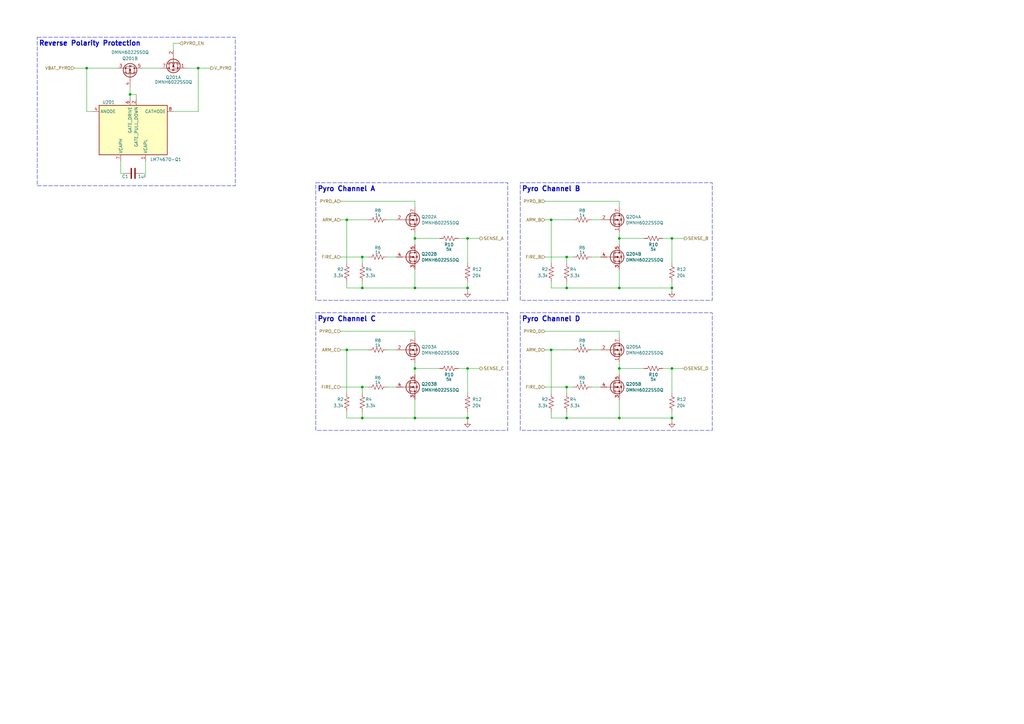
<source format=kicad_sch>
(kicad_sch (version 20230121) (generator eeschema)

  (uuid 25e87aab-0877-4568-a426-1d554c854643)

  (paper "A3")

  (title_block
    (title "MIDAS Pyro Circuitry MK1.1")
    (date "2024-09-03")
    (rev "B")
    (company "Illinois Space Society")
    (comment 4 "Contributors: Patrick Cassino, Peter Giannetos, Quinn Athas, Vasu Dar, Sourojit Mazumder")
  )

  (lib_symbols
    (symbol "Device:C" (pin_numbers hide) (pin_names (offset 0.254)) (in_bom yes) (on_board yes)
      (property "Reference" "C" (at 0.635 2.54 0)
        (effects (font (size 1.27 1.27)) (justify left))
      )
      (property "Value" "C" (at 0.635 -2.54 0)
        (effects (font (size 1.27 1.27)) (justify left))
      )
      (property "Footprint" "" (at 0.9652 -3.81 0)
        (effects (font (size 1.27 1.27)) hide)
      )
      (property "Datasheet" "~" (at 0 0 0)
        (effects (font (size 1.27 1.27)) hide)
      )
      (property "ki_keywords" "cap capacitor" (at 0 0 0)
        (effects (font (size 1.27 1.27)) hide)
      )
      (property "ki_description" "Unpolarized capacitor" (at 0 0 0)
        (effects (font (size 1.27 1.27)) hide)
      )
      (property "ki_fp_filters" "C_*" (at 0 0 0)
        (effects (font (size 1.27 1.27)) hide)
      )
      (symbol "C_0_1"
        (polyline
          (pts
            (xy -2.032 -0.762)
            (xy 2.032 -0.762)
          )
          (stroke (width 0.508) (type default))
          (fill (type none))
        )
        (polyline
          (pts
            (xy -2.032 0.762)
            (xy 2.032 0.762)
          )
          (stroke (width 0.508) (type default))
          (fill (type none))
        )
      )
      (symbol "C_1_1"
        (pin passive line (at 0 3.81 270) (length 2.794)
          (name "~" (effects (font (size 1.27 1.27))))
          (number "1" (effects (font (size 1.27 1.27))))
        )
        (pin passive line (at 0 -3.81 90) (length 2.794)
          (name "~" (effects (font (size 1.27 1.27))))
          (number "2" (effects (font (size 1.27 1.27))))
        )
      )
    )
    (symbol "Device:R_US" (pin_numbers hide) (pin_names (offset 0)) (in_bom yes) (on_board yes)
      (property "Reference" "R" (at 2.54 0 90)
        (effects (font (size 1.27 1.27)))
      )
      (property "Value" "R_US" (at -2.54 0 90)
        (effects (font (size 1.27 1.27)))
      )
      (property "Footprint" "" (at 1.016 -0.254 90)
        (effects (font (size 1.27 1.27)) hide)
      )
      (property "Datasheet" "~" (at 0 0 0)
        (effects (font (size 1.27 1.27)) hide)
      )
      (property "ki_keywords" "R res resistor" (at 0 0 0)
        (effects (font (size 1.27 1.27)) hide)
      )
      (property "ki_description" "Resistor, US symbol" (at 0 0 0)
        (effects (font (size 1.27 1.27)) hide)
      )
      (property "ki_fp_filters" "R_*" (at 0 0 0)
        (effects (font (size 1.27 1.27)) hide)
      )
      (symbol "R_US_0_1"
        (polyline
          (pts
            (xy 0 -2.286)
            (xy 0 -2.54)
          )
          (stroke (width 0) (type default))
          (fill (type none))
        )
        (polyline
          (pts
            (xy 0 2.286)
            (xy 0 2.54)
          )
          (stroke (width 0) (type default))
          (fill (type none))
        )
        (polyline
          (pts
            (xy 0 -0.762)
            (xy 1.016 -1.143)
            (xy 0 -1.524)
            (xy -1.016 -1.905)
            (xy 0 -2.286)
          )
          (stroke (width 0) (type default))
          (fill (type none))
        )
        (polyline
          (pts
            (xy 0 0.762)
            (xy 1.016 0.381)
            (xy 0 0)
            (xy -1.016 -0.381)
            (xy 0 -0.762)
          )
          (stroke (width 0) (type default))
          (fill (type none))
        )
        (polyline
          (pts
            (xy 0 2.286)
            (xy 1.016 1.905)
            (xy 0 1.524)
            (xy -1.016 1.143)
            (xy 0 0.762)
          )
          (stroke (width 0) (type default))
          (fill (type none))
        )
      )
      (symbol "R_US_1_1"
        (pin passive line (at 0 3.81 270) (length 1.27)
          (name "~" (effects (font (size 1.27 1.27))))
          (number "1" (effects (font (size 1.27 1.27))))
        )
        (pin passive line (at 0 -3.81 90) (length 1.27)
          (name "~" (effects (font (size 1.27 1.27))))
          (number "2" (effects (font (size 1.27 1.27))))
        )
      )
    )
    (symbol "Power_Ideal_Diode:LM74670-Q1" (in_bom yes) (on_board yes)
      (property "Reference" "U" (at -11.43 12.7 0)
        (effects (font (size 1.27 1.27)) (justify left top))
      )
      (property "Value" "LM74670-Q1" (at 3.81 12.7 0)
        (effects (font (size 1.27 1.27)) (justify left top))
      )
      (property "Footprint" "Package_SO:VSSOP-8_3.0x3.0mm_P0.65mm" (at 44.45 -94.92 0)
        (effects (font (size 1.27 1.27)) (justify left top) hide)
      )
      (property "Datasheet" "http://www.ti.com/lit/gpn/lm74670-q1" (at 44.45 -194.92 0)
        (effects (font (size 1.27 1.27)) (justify left top) hide)
      )
      (property "ki_keywords" "0.48V to 42V zero IQ automotive ideal diode rectifier controller 70uA gate drive" (at 0 0 0)
        (effects (font (size 1.27 1.27)) hide)
      )
      (property "ki_description" "0.48V to 42V, zero IQ automotive ideal diode rectifier controller with 70uA gate drive" (at 0 0 0)
        (effects (font (size 1.27 1.27)) hide)
      )
      (symbol "LM74670-Q1_1_1"
        (rectangle (start -13.97 10.16) (end 13.97 -10.16)
          (stroke (width 0.254) (type default))
          (fill (type background))
        )
        (pin bidirectional line (at 5.08 -12.7 90) (length 2.54)
          (name "VCAPL" (effects (font (size 1.27 1.27))))
          (number "1" (effects (font (size 1.27 1.27))))
        )
        (pin output line (at 1.27 12.7 270) (length 2.54)
          (name "GATE_PULL_DOWN" (effects (font (size 1.27 1.27))))
          (number "2" (effects (font (size 1.27 1.27))))
        )
        (pin no_connect line (at -16.51 2.54 0) (length 2.54) hide
          (name "NC" (effects (font (size 1.27 1.27))))
          (number "3" (effects (font (size 1.27 1.27))))
        )
        (pin power_in line (at -16.51 7.62 0) (length 2.54)
          (name "ANODE" (effects (font (size 1.27 1.27))))
          (number "4" (effects (font (size 1.27 1.27))))
        )
        (pin no_connect line (at -16.51 2.54 0) (length 2.54) hide
          (name "NC" (effects (font (size 1.27 1.27))))
          (number "5" (effects (font (size 1.27 1.27))))
        )
        (pin output line (at -1.27 12.7 270) (length 2.54)
          (name "GATE_DRIVE" (effects (font (size 1.27 1.27))))
          (number "6" (effects (font (size 1.27 1.27))))
        )
        (pin bidirectional line (at -5.08 -12.7 90) (length 2.54)
          (name "VCAPH" (effects (font (size 1.27 1.27))))
          (number "7" (effects (font (size 1.27 1.27))))
        )
        (pin power_in line (at 16.51 7.62 180) (length 2.54)
          (name "CATHODE" (effects (font (size 1.27 1.27))))
          (number "8" (effects (font (size 1.27 1.27))))
        )
      )
    )
    (symbol "Transistor_FET_Diodes:DMNH6022SSDQ" (pin_names hide) (in_bom yes) (on_board yes)
      (property "Reference" "Q" (at 2.54 -1.27 0)
        (effects (font (size 1.27 1.27)) (justify left))
      )
      (property "Value" "DMNH6022SSDQ" (at 2.54 1.27 0)
        (effects (font (size 1.27 1.27)) (justify left))
      )
      (property "Footprint" "Package_SO:SO-8_3.9x4.9mm_P1.27mm" (at 0 -7.62 0)
        (effects (font (size 1.27 1.27)) hide)
      )
      (property "Datasheet" "https://www.diodes.com/assets/Datasheets/DMNH6022SSDQ.pdf" (at 0 -10.16 0)
        (effects (font (size 1.27 1.27)) hide)
      )
      (property "ki_locked" "" (at 0 0 0)
        (effects (font (size 1.27 1.27)))
      )
      (property "ki_keywords" "22.6A Id 60Vd N-Channel MOSFET SO-8 Diodes Incorporated" (at 0 0 0)
        (effects (font (size 1.27 1.27)) hide)
      )
      (property "ki_description" "22.6A Id, 60Vd, N-Channel MOSFET, SO-8" (at 0 0 0)
        (effects (font (size 1.27 1.27)) hide)
      )
      (symbol "DMNH6022SSDQ_0_1"
        (circle (center -0.889 0) (radius 2.794)
          (stroke (width 0.254) (type default))
          (fill (type none))
        )
        (circle (center 0 -1.778) (radius 0.254)
          (stroke (width 0) (type default))
          (fill (type outline))
        )
        (polyline
          (pts
            (xy -2.286 0)
            (xy -5.08 0)
          )
          (stroke (width 0) (type default))
          (fill (type none))
        )
        (polyline
          (pts
            (xy -2.286 1.905)
            (xy -2.286 -1.905)
          )
          (stroke (width 0.254) (type default))
          (fill (type none))
        )
        (polyline
          (pts
            (xy -1.778 -1.27)
            (xy -1.778 -2.286)
          )
          (stroke (width 0.254) (type default))
          (fill (type none))
        )
        (polyline
          (pts
            (xy -1.778 0.508)
            (xy -1.778 -0.508)
          )
          (stroke (width 0.254) (type default))
          (fill (type none))
        )
        (polyline
          (pts
            (xy -1.778 2.286)
            (xy -1.778 1.27)
          )
          (stroke (width 0.254) (type default))
          (fill (type none))
        )
        (polyline
          (pts
            (xy 0 2.54)
            (xy 0 1.778)
          )
          (stroke (width 0) (type default))
          (fill (type none))
        )
        (polyline
          (pts
            (xy 0 -2.54)
            (xy 0 0)
            (xy -1.778 0)
          )
          (stroke (width 0) (type default))
          (fill (type none))
        )
        (polyline
          (pts
            (xy -1.778 -1.778)
            (xy 0.762 -1.778)
            (xy 0.762 1.778)
            (xy -1.778 1.778)
          )
          (stroke (width 0) (type default))
          (fill (type none))
        )
        (polyline
          (pts
            (xy -1.524 0)
            (xy -0.508 0.381)
            (xy -0.508 -0.381)
            (xy -1.524 0)
          )
          (stroke (width 0) (type default))
          (fill (type outline))
        )
        (polyline
          (pts
            (xy 0.254 0.508)
            (xy 0.381 0.381)
            (xy 1.143 0.381)
            (xy 1.27 0.254)
          )
          (stroke (width 0) (type default))
          (fill (type none))
        )
        (polyline
          (pts
            (xy 0.762 0.381)
            (xy 0.381 -0.254)
            (xy 1.143 -0.254)
            (xy 0.762 0.381)
          )
          (stroke (width 0) (type default))
          (fill (type none))
        )
        (circle (center 0 1.778) (radius 0.254)
          (stroke (width 0) (type default))
          (fill (type outline))
        )
      )
      (symbol "DMNH6022SSDQ_1_0"
        (pin passive line (at 0 -5.08 90) (length 2.54)
          (name "S1" (effects (font (size 1.27 1.27))))
          (number "1" (effects (font (size 1.27 1.27))))
        )
        (pin input line (at -7.62 0 0) (length 2.54)
          (name "G1" (effects (font (size 1.27 1.27))))
          (number "2" (effects (font (size 1.27 1.27))))
        )
        (pin passive line (at 0 5.08 270) (length 2.54)
          (name "D1" (effects (font (size 1.27 1.27))))
          (number "7" (effects (font (size 1.27 1.27))))
        )
        (pin passive line (at 0 5.08 270) (length 2.54) hide
          (name "D1" (effects (font (size 1.27 1.27))))
          (number "8" (effects (font (size 1.27 1.27))))
        )
      )
      (symbol "DMNH6022SSDQ_2_0"
        (pin passive line (at 0 -5.08 90) (length 2.54)
          (name "S2" (effects (font (size 1.27 1.27))))
          (number "3" (effects (font (size 1.27 1.27))))
        )
        (pin input line (at -7.62 0 0) (length 2.54)
          (name "G2" (effects (font (size 1.27 1.27))))
          (number "4" (effects (font (size 1.27 1.27))))
        )
        (pin passive line (at 0 5.08 270) (length 2.54)
          (name "D2" (effects (font (size 1.27 1.27))))
          (number "5" (effects (font (size 1.27 1.27))))
        )
        (pin passive line (at 0 5.08 270) (length 2.54) hide
          (name "D2" (effects (font (size 1.27 1.27))))
          (number "6" (effects (font (size 1.27 1.27))))
        )
      )
    )
    (symbol "power:GND" (power) (pin_names (offset 0)) (in_bom yes) (on_board yes)
      (property "Reference" "#PWR" (at 0 -6.35 0)
        (effects (font (size 1.27 1.27)) hide)
      )
      (property "Value" "GND" (at 0 -3.81 0)
        (effects (font (size 1.27 1.27)))
      )
      (property "Footprint" "" (at 0 0 0)
        (effects (font (size 1.27 1.27)) hide)
      )
      (property "Datasheet" "" (at 0 0 0)
        (effects (font (size 1.27 1.27)) hide)
      )
      (property "ki_keywords" "global power" (at 0 0 0)
        (effects (font (size 1.27 1.27)) hide)
      )
      (property "ki_description" "Power symbol creates a global label with name \"GND\" , ground" (at 0 0 0)
        (effects (font (size 1.27 1.27)) hide)
      )
      (symbol "GND_0_1"
        (polyline
          (pts
            (xy 0 0)
            (xy 0 -1.27)
            (xy 1.27 -1.27)
            (xy 0 -2.54)
            (xy -1.27 -1.27)
            (xy 0 -1.27)
          )
          (stroke (width 0) (type default))
          (fill (type none))
        )
      )
      (symbol "GND_1_1"
        (pin power_in line (at 0 0 270) (length 0) hide
          (name "GND" (effects (font (size 1.27 1.27))))
          (number "1" (effects (font (size 1.27 1.27))))
        )
      )
    )
  )

  (junction (at 148.59 105.41) (diameter 0) (color 0 0 0 0)
    (uuid 0386a506-282d-47f5-8439-a9049d6f4ef1)
  )
  (junction (at 275.59 97.79) (diameter 0) (color 0 0 0 0)
    (uuid 038b575d-2e4e-4619-8a4a-4bfd60257c33)
  )
  (junction (at 191.77 151.13) (diameter 0) (color 0 0 0 0)
    (uuid 14ba3a1b-be9e-4341-93e3-143188ecb820)
  )
  (junction (at 254 97.79) (diameter 0) (color 0 0 0 0)
    (uuid 1984ceb0-55eb-475c-8685-71f6a487378c)
  )
  (junction (at 232.41 171.45) (diameter 0) (color 0 0 0 0)
    (uuid 210b168e-8e7b-4839-acf6-35ac01df7ffa)
  )
  (junction (at 53.34 38.735) (diameter 0) (color 0 0 0 0)
    (uuid 27f941a7-d50b-49b4-a315-7625ee212f23)
  )
  (junction (at 170.18 97.79) (diameter 0) (color 0 0 0 0)
    (uuid 2b3ed507-9ad6-49ac-92d0-ef8b32f4e5e3)
  )
  (junction (at 142.24 90.17) (diameter 0) (color 0 0 0 0)
    (uuid 30c5375a-c56c-4497-8bb6-5c420512ae6a)
  )
  (junction (at 148.59 158.75) (diameter 0) (color 0 0 0 0)
    (uuid 38727037-bedd-4148-9f63-79fac3a3b85c)
  )
  (junction (at 254 118.11) (diameter 0) (color 0 0 0 0)
    (uuid 3e7d18af-22a3-451d-a57c-25fc1fb1566c)
  )
  (junction (at 170.18 171.45) (diameter 0) (color 0 0 0 0)
    (uuid 4e04f736-1677-4dab-8a3b-4d805368563e)
  )
  (junction (at 191.77 118.11) (diameter 0) (color 0 0 0 0)
    (uuid 5d8e40a6-c361-49ac-87b3-9fbe522534a0)
  )
  (junction (at 191.77 171.45) (diameter 0) (color 0 0 0 0)
    (uuid 5f5c2428-5533-457d-9c7a-a2da64eee27b)
  )
  (junction (at 254 171.45) (diameter 0) (color 0 0 0 0)
    (uuid 60000817-1689-4dcf-9f52-efd0a12337fb)
  )
  (junction (at 275.59 171.45) (diameter 0) (color 0 0 0 0)
    (uuid 70cf2391-0459-4e89-8c16-2acd115a4522)
  )
  (junction (at 81.28 27.94) (diameter 0) (color 0 0 0 0)
    (uuid 757679a6-1a91-485e-919a-8de958f623e5)
  )
  (junction (at 232.41 105.41) (diameter 0) (color 0 0 0 0)
    (uuid 764140c6-c6c0-41b7-ad13-cf0e51999123)
  )
  (junction (at 226.06 90.17) (diameter 0) (color 0 0 0 0)
    (uuid 7754af32-06b6-405e-bef0-5577868ad070)
  )
  (junction (at 35.56 27.94) (diameter 0) (color 0 0 0 0)
    (uuid 884dcec6-9a2b-47ad-b6b8-4f1d7a3ebce0)
  )
  (junction (at 232.41 158.75) (diameter 0) (color 0 0 0 0)
    (uuid 8d959041-121b-4ebd-a400-d6d99b183abf)
  )
  (junction (at 148.59 171.45) (diameter 0) (color 0 0 0 0)
    (uuid ae590fcb-b0a1-4d2b-b522-34696d8c7c2f)
  )
  (junction (at 275.59 118.11) (diameter 0) (color 0 0 0 0)
    (uuid be86b6f3-189b-4b81-ad4e-a776378270a6)
  )
  (junction (at 226.06 143.51) (diameter 0) (color 0 0 0 0)
    (uuid bff12e56-72ad-48e1-8aba-144ad3dada2a)
  )
  (junction (at 148.59 118.11) (diameter 0) (color 0 0 0 0)
    (uuid db99a270-10da-46e0-856c-86853cdaa810)
  )
  (junction (at 275.59 151.13) (diameter 0) (color 0 0 0 0)
    (uuid dc0a271b-786c-4802-b3cd-5b628e36e1c1)
  )
  (junction (at 191.77 97.79) (diameter 0) (color 0 0 0 0)
    (uuid dc799ce5-e7f4-4fb7-bcdb-9b58613ddb98)
  )
  (junction (at 170.18 118.11) (diameter 0) (color 0 0 0 0)
    (uuid dfabffcb-c850-49c4-a942-5e905a25b6ab)
  )
  (junction (at 170.18 151.13) (diameter 0) (color 0 0 0 0)
    (uuid e0c8c4c9-78b5-4b72-85ad-d43838a13a40)
  )
  (junction (at 142.24 143.51) (diameter 0) (color 0 0 0 0)
    (uuid e703ddce-b610-44e5-a6d2-346d4eb3a9ba)
  )
  (junction (at 254 151.13) (diameter 0) (color 0 0 0 0)
    (uuid f47ace05-67e0-4f6c-85e5-3287540c6641)
  )
  (junction (at 232.41 118.11) (diameter 0) (color 0 0 0 0)
    (uuid f8cfa384-c2f1-4e3c-86eb-927bf7b1a772)
  )

  (wire (pts (xy 226.06 143.51) (xy 226.06 161.29))
    (stroke (width 0) (type default))
    (uuid 0140bd2e-0e83-4d56-a54b-bd3aa56c17c3)
  )
  (wire (pts (xy 187.96 151.13) (xy 191.77 151.13))
    (stroke (width 0) (type default))
    (uuid 01d22de7-fa40-4225-af92-3f426883810b)
  )
  (wire (pts (xy 170.18 97.79) (xy 180.34 97.79))
    (stroke (width 0) (type default))
    (uuid 024cadf9-3311-47b0-99fd-85cc547c006c)
  )
  (wire (pts (xy 254 97.79) (xy 264.16 97.79))
    (stroke (width 0) (type default))
    (uuid 0458079d-fa08-4f4e-abbc-0dcc65496866)
  )
  (wire (pts (xy 223.52 82.55) (xy 254 82.55))
    (stroke (width 0) (type default))
    (uuid 05e5f74e-d2b7-471c-88af-b3738e6517f0)
  )
  (wire (pts (xy 254 151.13) (xy 254 153.67))
    (stroke (width 0) (type default))
    (uuid 097df40e-2a84-4d4d-9dfa-35fb2ba79453)
  )
  (wire (pts (xy 226.06 115.57) (xy 226.06 118.11))
    (stroke (width 0) (type default))
    (uuid 09bbfe10-5be4-4d4a-b038-2207ef498cb5)
  )
  (wire (pts (xy 71.12 17.78) (xy 73.66 17.78))
    (stroke (width 0) (type default))
    (uuid 174c5cac-54f2-4ad1-8fa5-1ba4740a7b06)
  )
  (wire (pts (xy 53.34 38.735) (xy 55.88 38.735))
    (stroke (width 0) (type default))
    (uuid 1b06d4d4-2282-4175-a647-e56769661a64)
  )
  (wire (pts (xy 191.77 168.91) (xy 191.77 171.45))
    (stroke (width 0) (type default))
    (uuid 1b880fe2-ac1c-43d7-9667-63e1d793c971)
  )
  (wire (pts (xy 148.59 105.41) (xy 148.59 107.95))
    (stroke (width 0) (type default))
    (uuid 1c244c54-c84b-4ee6-b366-4859b439ed93)
  )
  (wire (pts (xy 234.95 158.75) (xy 232.41 158.75))
    (stroke (width 0) (type default))
    (uuid 1d312a36-e9f0-41b4-a3b4-fa14974a2f7e)
  )
  (wire (pts (xy 280.67 97.79) (xy 275.59 97.79))
    (stroke (width 0) (type default))
    (uuid 1df4d203-25db-42f6-a3fd-811ced772bca)
  )
  (wire (pts (xy 226.06 143.51) (xy 234.95 143.51))
    (stroke (width 0) (type default))
    (uuid 1e3f28d2-7dfc-4610-86f1-b1c30dcfff62)
  )
  (wire (pts (xy 53.34 38.735) (xy 53.34 40.64))
    (stroke (width 0) (type default))
    (uuid 20a0e3c7-d5fd-4848-a0c1-a9ae54712937)
  )
  (wire (pts (xy 81.28 27.94) (xy 86.36 27.94))
    (stroke (width 0) (type default))
    (uuid 21893020-99fa-49d5-ad8f-50feca19cd3d)
  )
  (wire (pts (xy 223.52 143.51) (xy 226.06 143.51))
    (stroke (width 0) (type default))
    (uuid 238b81ff-43ec-4714-b192-ad9f1bd7eee1)
  )
  (wire (pts (xy 226.06 90.17) (xy 234.95 90.17))
    (stroke (width 0) (type default))
    (uuid 23d44808-e997-4b65-aa78-c719d4162293)
  )
  (wire (pts (xy 139.7 105.41) (xy 148.59 105.41))
    (stroke (width 0) (type default))
    (uuid 23d9eea1-32ad-4b4b-8ffa-b0756fcbbb69)
  )
  (wire (pts (xy 226.06 90.17) (xy 226.06 107.95))
    (stroke (width 0) (type default))
    (uuid 25ea81fb-d6cc-4193-9fa0-4573cac170b6)
  )
  (wire (pts (xy 271.78 151.13) (xy 275.59 151.13))
    (stroke (width 0) (type default))
    (uuid 27c311d1-2542-4348-bb46-eb0008f07de9)
  )
  (wire (pts (xy 232.41 171.45) (xy 254 171.45))
    (stroke (width 0) (type default))
    (uuid 2ae9f215-6120-49fc-8cd2-d2d27b7ca0cc)
  )
  (wire (pts (xy 142.24 143.51) (xy 151.13 143.51))
    (stroke (width 0) (type default))
    (uuid 2cd12486-cb3e-45d5-9e3d-5de362741818)
  )
  (wire (pts (xy 142.24 90.17) (xy 142.24 107.95))
    (stroke (width 0) (type default))
    (uuid 2def6618-bcf2-4f00-95eb-c3cfb23296ac)
  )
  (wire (pts (xy 275.59 151.13) (xy 275.59 161.29))
    (stroke (width 0) (type default))
    (uuid 2e83410e-f33d-480f-b13f-41f997cd9e0e)
  )
  (wire (pts (xy 242.57 90.17) (xy 246.38 90.17))
    (stroke (width 0) (type default))
    (uuid 2fc28d83-7e89-4065-900f-188dec4e8515)
  )
  (wire (pts (xy 196.85 97.79) (xy 191.77 97.79))
    (stroke (width 0) (type default))
    (uuid 327e9f8d-a333-4d10-acf4-0a96dc33be7d)
  )
  (wire (pts (xy 148.59 171.45) (xy 170.18 171.45))
    (stroke (width 0) (type default))
    (uuid 34c7b438-2c43-4554-b42f-9e628128cdbb)
  )
  (wire (pts (xy 242.57 158.75) (xy 246.38 158.75))
    (stroke (width 0) (type default))
    (uuid 3801eb51-414c-44e1-a8b2-43211af79cd6)
  )
  (wire (pts (xy 232.41 171.45) (xy 232.41 168.91))
    (stroke (width 0) (type default))
    (uuid 390cc7eb-525e-4134-a187-1eea46786848)
  )
  (wire (pts (xy 254 171.45) (xy 254 163.83))
    (stroke (width 0) (type default))
    (uuid 3b2030e4-e5ff-4776-a493-357d7d88ff3e)
  )
  (wire (pts (xy 170.18 171.45) (xy 170.18 163.83))
    (stroke (width 0) (type default))
    (uuid 498d6de1-1d58-442f-9d0f-e545561d13f2)
  )
  (wire (pts (xy 170.18 151.13) (xy 170.18 153.67))
    (stroke (width 0) (type default))
    (uuid 499cd3de-21b1-4a9e-8185-8bf84a85f8fa)
  )
  (wire (pts (xy 142.24 143.51) (xy 142.24 161.29))
    (stroke (width 0) (type default))
    (uuid 49bec50b-0aeb-4e3f-8c31-b851918df42b)
  )
  (wire (pts (xy 234.95 105.41) (xy 232.41 105.41))
    (stroke (width 0) (type default))
    (uuid 4ae62687-b59f-4ee0-a3c8-ef6d98765b35)
  )
  (wire (pts (xy 187.96 97.79) (xy 191.77 97.79))
    (stroke (width 0) (type default))
    (uuid 4f394345-6a51-401f-969a-f4a4e73a43e0)
  )
  (wire (pts (xy 148.59 171.45) (xy 148.59 168.91))
    (stroke (width 0) (type default))
    (uuid 516840c2-7b78-4d0e-8ffe-448e703e3b4d)
  )
  (wire (pts (xy 139.7 82.55) (xy 170.18 82.55))
    (stroke (width 0) (type default))
    (uuid 517a3517-94a2-47d2-88bb-4d9b6e349c7d)
  )
  (wire (pts (xy 191.77 119.38) (xy 191.77 118.11))
    (stroke (width 0) (type default))
    (uuid 51f431af-35a9-4c4b-b922-4e621042e624)
  )
  (wire (pts (xy 226.06 168.91) (xy 226.06 171.45))
    (stroke (width 0) (type default))
    (uuid 5b7d4139-f980-4cf3-89af-55fa89546320)
  )
  (wire (pts (xy 223.52 105.41) (xy 232.41 105.41))
    (stroke (width 0) (type default))
    (uuid 5c01a96b-de67-4a0b-916b-35c8b52a57cc)
  )
  (wire (pts (xy 196.85 151.13) (xy 191.77 151.13))
    (stroke (width 0) (type default))
    (uuid 5ccbf5f2-0b84-42a4-bbb2-72d114f6dbe9)
  )
  (wire (pts (xy 139.7 135.89) (xy 170.18 135.89))
    (stroke (width 0) (type default))
    (uuid 5d933333-d941-4753-be63-a343c47accaa)
  )
  (wire (pts (xy 49.53 66.04) (xy 49.53 71.12))
    (stroke (width 0) (type default))
    (uuid 605d4f85-93ec-4003-bf8c-fda86ed928ed)
  )
  (wire (pts (xy 53.34 35.56) (xy 53.34 38.735))
    (stroke (width 0) (type default))
    (uuid 607d14cb-6642-408e-a964-4e6881c8c2a1)
  )
  (wire (pts (xy 59.69 71.12) (xy 58.42 71.12))
    (stroke (width 0) (type default))
    (uuid 639cefcf-3318-473f-a34a-6db6a293f7df)
  )
  (wire (pts (xy 49.53 71.12) (xy 50.8 71.12))
    (stroke (width 0) (type default))
    (uuid 65aea221-e29a-4f72-b398-350fed7db0c8)
  )
  (wire (pts (xy 139.7 158.75) (xy 148.59 158.75))
    (stroke (width 0) (type default))
    (uuid 65e8f243-5667-4d00-ab4e-d7ee5996f7d4)
  )
  (wire (pts (xy 170.18 118.11) (xy 191.77 118.11))
    (stroke (width 0) (type default))
    (uuid 66514868-93cb-4444-819d-9f4412f98834)
  )
  (wire (pts (xy 254 95.25) (xy 254 97.79))
    (stroke (width 0) (type default))
    (uuid 688fae65-7e10-4199-9e5a-40beeb55c5e3)
  )
  (wire (pts (xy 158.75 105.41) (xy 162.56 105.41))
    (stroke (width 0) (type default))
    (uuid 6975c7f4-d6cf-4864-85f6-446f3680bf1c)
  )
  (wire (pts (xy 232.41 118.11) (xy 232.41 115.57))
    (stroke (width 0) (type default))
    (uuid 6ac1cd45-9f02-4b07-8792-98899b169111)
  )
  (wire (pts (xy 254 151.13) (xy 264.16 151.13))
    (stroke (width 0) (type default))
    (uuid 6ad3ebce-1439-42e4-9bfe-419563d8dc2a)
  )
  (wire (pts (xy 158.75 143.51) (xy 162.56 143.51))
    (stroke (width 0) (type default))
    (uuid 6dd3dd3b-dc81-4d83-a80b-feff89f85812)
  )
  (wire (pts (xy 55.88 40.64) (xy 55.88 38.735))
    (stroke (width 0) (type default))
    (uuid 6fed008e-590d-4fa2-b1f9-70b9e03b8d0d)
  )
  (wire (pts (xy 139.7 90.17) (xy 142.24 90.17))
    (stroke (width 0) (type default))
    (uuid 738b5a56-d22d-4bae-be7e-01be914b06b1)
  )
  (wire (pts (xy 76.2 27.94) (xy 81.28 27.94))
    (stroke (width 0) (type default))
    (uuid 75d0d055-5652-4b02-8a7e-0f1a577528e5)
  )
  (wire (pts (xy 254 97.79) (xy 254 100.33))
    (stroke (width 0) (type default))
    (uuid 7a9c8025-a78c-48ff-989c-7797f60ce1f8)
  )
  (wire (pts (xy 151.13 158.75) (xy 148.59 158.75))
    (stroke (width 0) (type default))
    (uuid 7dedbd25-8a7e-4a78-a88d-b7e4997f2c5a)
  )
  (wire (pts (xy 142.24 115.57) (xy 142.24 118.11))
    (stroke (width 0) (type default))
    (uuid 800c9705-cd61-409f-95d3-91e14c9ba911)
  )
  (wire (pts (xy 139.7 143.51) (xy 142.24 143.51))
    (stroke (width 0) (type default))
    (uuid 80908868-38e5-45c7-90c7-e2ec7295df38)
  )
  (wire (pts (xy 59.69 66.04) (xy 59.69 71.12))
    (stroke (width 0) (type default))
    (uuid 835b476a-a6e0-4fe5-9258-5b15871fc554)
  )
  (wire (pts (xy 158.75 158.75) (xy 162.56 158.75))
    (stroke (width 0) (type default))
    (uuid 83973189-8925-4e18-90a2-65ed19291efb)
  )
  (wire (pts (xy 142.24 118.11) (xy 148.59 118.11))
    (stroke (width 0) (type default))
    (uuid 841ee44f-cdfe-43e1-8f78-ecaab75506b7)
  )
  (wire (pts (xy 151.13 105.41) (xy 148.59 105.41))
    (stroke (width 0) (type default))
    (uuid 896d0d65-60e8-481a-9269-31c2f161c9e2)
  )
  (wire (pts (xy 170.18 82.55) (xy 170.18 85.09))
    (stroke (width 0) (type default))
    (uuid 8a80cc95-a5d0-4be0-a6b0-fe80da10c936)
  )
  (wire (pts (xy 254 82.55) (xy 254 85.09))
    (stroke (width 0) (type default))
    (uuid 8e71a492-f2a0-4019-8c8e-de9cd14d5e26)
  )
  (wire (pts (xy 275.59 97.79) (xy 275.59 107.95))
    (stroke (width 0) (type default))
    (uuid 90105b7d-d368-414f-97bf-91ddca137404)
  )
  (wire (pts (xy 280.67 151.13) (xy 275.59 151.13))
    (stroke (width 0) (type default))
    (uuid 91de8582-2b17-471c-9cb7-91e06b8e795b)
  )
  (wire (pts (xy 223.52 135.89) (xy 254 135.89))
    (stroke (width 0) (type default))
    (uuid 9a2853cd-f2f8-4e81-aff9-bb0be33c82e3)
  )
  (wire (pts (xy 275.59 172.72) (xy 275.59 171.45))
    (stroke (width 0) (type default))
    (uuid 9bd46b17-1f0a-4a1f-8207-71a9d180434d)
  )
  (wire (pts (xy 35.56 45.72) (xy 38.1 45.72))
    (stroke (width 0) (type default))
    (uuid a059fe1d-ed5f-4ec5-9ea1-74c2da971516)
  )
  (wire (pts (xy 271.78 97.79) (xy 275.59 97.79))
    (stroke (width 0) (type default))
    (uuid a58bc0db-a4ea-4d2f-bf67-99501962ffcf)
  )
  (wire (pts (xy 142.24 90.17) (xy 151.13 90.17))
    (stroke (width 0) (type default))
    (uuid a6c40dbd-2fb0-4a97-adda-212a8aef0e07)
  )
  (wire (pts (xy 226.06 171.45) (xy 232.41 171.45))
    (stroke (width 0) (type default))
    (uuid a7cfc313-857d-443f-8e9c-66e12853ac98)
  )
  (wire (pts (xy 142.24 171.45) (xy 148.59 171.45))
    (stroke (width 0) (type default))
    (uuid a88bdfec-e095-4337-bcb1-93f0bd96f6d8)
  )
  (wire (pts (xy 242.57 105.41) (xy 246.38 105.41))
    (stroke (width 0) (type default))
    (uuid aeea2899-e83d-4dba-a4a0-38a748f0422c)
  )
  (wire (pts (xy 71.12 45.72) (xy 81.28 45.72))
    (stroke (width 0) (type default))
    (uuid b09b4ef8-2bfb-4749-93e9-3e7844eba714)
  )
  (wire (pts (xy 170.18 97.79) (xy 170.18 100.33))
    (stroke (width 0) (type default))
    (uuid b9742dc5-2544-482d-a885-b27fd3315976)
  )
  (wire (pts (xy 191.77 172.72) (xy 191.77 171.45))
    (stroke (width 0) (type default))
    (uuid bcb4e34b-4ae6-425d-b864-4955e8d5c00b)
  )
  (wire (pts (xy 232.41 105.41) (xy 232.41 107.95))
    (stroke (width 0) (type default))
    (uuid bf67e133-dfbd-43d2-b58e-8ab196733038)
  )
  (wire (pts (xy 242.57 143.51) (xy 246.38 143.51))
    (stroke (width 0) (type default))
    (uuid c5261763-0a88-480d-a1b9-f1752a1b528e)
  )
  (wire (pts (xy 148.59 158.75) (xy 148.59 161.29))
    (stroke (width 0) (type default))
    (uuid cad00019-dc03-41df-8c62-a84b42443fa4)
  )
  (wire (pts (xy 191.77 151.13) (xy 191.77 161.29))
    (stroke (width 0) (type default))
    (uuid ce3c50a7-7b74-40b0-ac95-49bd366fba69)
  )
  (wire (pts (xy 232.41 118.11) (xy 254 118.11))
    (stroke (width 0) (type default))
    (uuid cfa443ff-d0dd-4ba1-9350-30db2c72bca5)
  )
  (wire (pts (xy 170.18 135.89) (xy 170.18 138.43))
    (stroke (width 0) (type default))
    (uuid d00f6a64-b862-49f3-b365-a4c628c4fc70)
  )
  (wire (pts (xy 170.18 151.13) (xy 180.34 151.13))
    (stroke (width 0) (type default))
    (uuid d01430ed-a0e1-42f7-8af2-f5f6801ac060)
  )
  (wire (pts (xy 254 118.11) (xy 254 110.49))
    (stroke (width 0) (type default))
    (uuid d06041d4-3d08-464d-a136-92d899e48ed6)
  )
  (wire (pts (xy 254 135.89) (xy 254 138.43))
    (stroke (width 0) (type default))
    (uuid d0aeeb47-9007-4a10-8711-f80d4a1a5346)
  )
  (wire (pts (xy 170.18 118.11) (xy 170.18 110.49))
    (stroke (width 0) (type default))
    (uuid d23ce23f-8ba1-43d4-b594-482869b17e54)
  )
  (wire (pts (xy 191.77 97.79) (xy 191.77 107.95))
    (stroke (width 0) (type default))
    (uuid d254ab6e-d163-463c-99f5-b8550e682c93)
  )
  (wire (pts (xy 275.59 115.57) (xy 275.59 118.11))
    (stroke (width 0) (type default))
    (uuid d2d7d6f6-0910-4606-aa67-d6964d1bcb8b)
  )
  (wire (pts (xy 35.56 27.94) (xy 35.56 45.72))
    (stroke (width 0) (type default))
    (uuid d4c7f84b-4f18-4e03-a6bf-609f36ad2e34)
  )
  (wire (pts (xy 142.24 168.91) (xy 142.24 171.45))
    (stroke (width 0) (type default))
    (uuid d5942bac-32a7-4a3c-a37f-bb6851ae2aa0)
  )
  (wire (pts (xy 223.52 90.17) (xy 226.06 90.17))
    (stroke (width 0) (type default))
    (uuid d6400794-6383-4bc4-bc08-0069ed1d8e83)
  )
  (wire (pts (xy 232.41 158.75) (xy 232.41 161.29))
    (stroke (width 0) (type default))
    (uuid d7ce2bd3-775e-4888-bab9-e9c1133037bc)
  )
  (wire (pts (xy 58.42 27.94) (xy 66.04 27.94))
    (stroke (width 0) (type default))
    (uuid d892c56d-cc13-4168-89ae-6022baeb599d)
  )
  (wire (pts (xy 275.59 119.38) (xy 275.59 118.11))
    (stroke (width 0) (type default))
    (uuid d9c03c41-4bc9-4cba-861a-dabf9ef99fb0)
  )
  (wire (pts (xy 226.06 118.11) (xy 232.41 118.11))
    (stroke (width 0) (type default))
    (uuid dc5dd7fb-f0ca-4c53-a402-8fad77e64eaa)
  )
  (wire (pts (xy 148.59 118.11) (xy 170.18 118.11))
    (stroke (width 0) (type default))
    (uuid e080a6f6-04cf-4cea-9204-672b6b04d32a)
  )
  (wire (pts (xy 254 171.45) (xy 275.59 171.45))
    (stroke (width 0) (type default))
    (uuid e1646f5d-75fc-418c-875d-348aab3361cc)
  )
  (wire (pts (xy 223.52 158.75) (xy 232.41 158.75))
    (stroke (width 0) (type default))
    (uuid e2a22dd8-84db-4fa3-91c9-bf45428c1567)
  )
  (wire (pts (xy 170.18 148.59) (xy 170.18 151.13))
    (stroke (width 0) (type default))
    (uuid e352e218-4223-4f32-af9a-44a1c2c84cc6)
  )
  (wire (pts (xy 158.75 90.17) (xy 162.56 90.17))
    (stroke (width 0) (type default))
    (uuid e3eb1010-c6d7-470d-b1e6-0b1ecf8474bc)
  )
  (wire (pts (xy 30.48 27.94) (xy 35.56 27.94))
    (stroke (width 0) (type default))
    (uuid e6285c81-3c99-4ce8-b6c9-57bfb29c60db)
  )
  (wire (pts (xy 170.18 95.25) (xy 170.18 97.79))
    (stroke (width 0) (type default))
    (uuid e9ed0906-3e56-43af-bcf2-24bb5839eafc)
  )
  (wire (pts (xy 148.59 118.11) (xy 148.59 115.57))
    (stroke (width 0) (type default))
    (uuid ecc19a56-1bd2-408b-bf3e-032db28ea084)
  )
  (wire (pts (xy 81.28 27.94) (xy 81.28 45.72))
    (stroke (width 0) (type default))
    (uuid ef473cf8-34cf-4923-a476-2a3bc46e2487)
  )
  (wire (pts (xy 254 118.11) (xy 275.59 118.11))
    (stroke (width 0) (type default))
    (uuid f1e6ea88-88bc-4438-a41d-251a381a231d)
  )
  (wire (pts (xy 275.59 168.91) (xy 275.59 171.45))
    (stroke (width 0) (type default))
    (uuid f4dbf808-8953-4dfc-be44-ab8268a65a39)
  )
  (wire (pts (xy 170.18 171.45) (xy 191.77 171.45))
    (stroke (width 0) (type default))
    (uuid f58162ac-68c8-4711-92bf-e63b2ac23faa)
  )
  (wire (pts (xy 191.77 115.57) (xy 191.77 118.11))
    (stroke (width 0) (type default))
    (uuid fc38e5ba-0e8d-454d-9769-cd10b6d4b796)
  )
  (wire (pts (xy 254 148.59) (xy 254 151.13))
    (stroke (width 0) (type default))
    (uuid fcbea332-7680-4899-8ae7-bf907bc26695)
  )
  (wire (pts (xy 35.56 27.94) (xy 48.26 27.94))
    (stroke (width 0) (type default))
    (uuid fce1a70b-2b27-4b7e-9b35-93ec8c51a080)
  )
  (wire (pts (xy 71.12 20.32) (xy 71.12 17.78))
    (stroke (width 0) (type default))
    (uuid fd2a8bc0-777f-4be9-8cb1-645e4518f2d3)
  )

  (rectangle (start 15.24 15.24) (end 96.52 76.2)
    (stroke (width 0) (type dash))
    (fill (type none))
    (uuid 092aa18b-5db4-416e-ab5d-c07982b2aa88)
  )
  (rectangle (start 129.54 74.93) (end 208.28 123.19)
    (stroke (width 0) (type dash))
    (fill (type none))
    (uuid 2af45f0f-5b37-4e87-92e3-a872eccd6d8e)
  )
  (rectangle (start 129.54 128.27) (end 208.28 176.53)
    (stroke (width 0) (type dash))
    (fill (type none))
    (uuid b36f7b68-71c4-4c06-aa6d-426c20656d9d)
  )
  (rectangle (start 213.36 74.93) (end 292.1 123.19)
    (stroke (width 0) (type dash))
    (fill (type none))
    (uuid f47ddbdc-a4d8-4ac6-b644-0232a9ab7bbd)
  )
  (rectangle (start 213.36 128.27) (end 292.1 176.53)
    (stroke (width 0) (type dash))
    (fill (type none))
    (uuid f85f2b43-d211-48be-8e96-e4bfbca0ed48)
  )

  (text "Pyro Channel D" (at 213.995 132.08 0)
    (effects (font (face "KiCad Font") (size 2 2) (thickness 0.4) bold) (justify left bottom))
    (uuid 1c0f9669-2a9d-4c0b-a709-b9b8b87514ee)
  )
  (text "Pyro Channel C" (at 130.175 132.08 0)
    (effects (font (face "KiCad Font") (size 2 2) (thickness 0.4) bold) (justify left bottom))
    (uuid 563a0509-88e8-4927-ba60-8ff4b59d987f)
  )
  (text "Reverse Polarity Protection" (at 15.875 19.05 0)
    (effects (font (size 2 2) (thickness 0.4) bold) (justify left bottom))
    (uuid 6543c016-45b2-4ec9-8e58-7b4de2fcfd0b)
  )
  (text "Pyro Channel A" (at 130.175 78.74 0)
    (effects (font (face "KiCad Font") (size 2 2) (thickness 0.4) bold) (justify left bottom))
    (uuid 8f575bd4-a0b1-4133-800c-e65d184b244a)
  )
  (text "Pyro Channel B" (at 213.995 78.74 0)
    (effects (font (face "KiCad Font") (size 2 2) (thickness 0.4) bold) (justify left bottom))
    (uuid c530af8f-13c6-49ef-bf7f-3944eb704bed)
  )

  (hierarchical_label "SENSE_A" (shape output) (at 196.85 97.79 0) (fields_autoplaced)
    (effects (font (size 1.27 1.27)) (justify left))
    (uuid 19e9f7eb-87a5-4bf8-b760-bccbbe198b5e)
  )
  (hierarchical_label "PYRO_EN" (shape input) (at 73.66 17.78 0) (fields_autoplaced)
    (effects (font (size 1.27 1.27)) (justify left))
    (uuid 1ced36c8-a322-4b5a-9129-8fffac4f3440)
  )
  (hierarchical_label "ARM_B" (shape input) (at 223.52 90.17 180) (fields_autoplaced)
    (effects (font (size 1.27 1.27)) (justify right))
    (uuid 27143ea7-7c50-4d55-82f3-ff673cc30a04)
  )
  (hierarchical_label "SENSE_C" (shape output) (at 196.85 151.13 0) (fields_autoplaced)
    (effects (font (size 1.27 1.27)) (justify left))
    (uuid 27374262-c114-40f1-a2f2-6daf527ea7cb)
  )
  (hierarchical_label "FIRE_A" (shape input) (at 139.7 105.41 180) (fields_autoplaced)
    (effects (font (size 1.27 1.27)) (justify right))
    (uuid 57fba66f-42a8-4f86-b2da-264802ac5411)
  )
  (hierarchical_label "SENSE_D" (shape output) (at 280.67 151.13 0) (fields_autoplaced)
    (effects (font (size 1.27 1.27)) (justify left))
    (uuid 5d46b89b-0aac-4110-88fe-6b59849e530d)
  )
  (hierarchical_label "ARM_D" (shape input) (at 223.52 143.51 180) (fields_autoplaced)
    (effects (font (size 1.27 1.27)) (justify right))
    (uuid 7d9c5c12-2b7d-4cae-9866-5189676a1a7b)
  )
  (hierarchical_label "PYRO_B" (shape input) (at 223.52 82.55 180) (fields_autoplaced)
    (effects (font (size 1.27 1.27)) (justify right))
    (uuid 85a3c0db-b6e9-40bd-8cfd-20446b11e336)
  )
  (hierarchical_label "VBAT_PYRO" (shape input) (at 30.48 27.94 180) (fields_autoplaced)
    (effects (font (size 1.27 1.27)) (justify right))
    (uuid a4661a0b-78cf-4d62-8332-9141f185673e)
  )
  (hierarchical_label "FIRE_C" (shape input) (at 139.7 158.75 180) (fields_autoplaced)
    (effects (font (size 1.27 1.27)) (justify right))
    (uuid ab27af5d-318e-4e90-9bd7-eaf78b554013)
  )
  (hierarchical_label "PYRO_C" (shape input) (at 139.7 135.89 180) (fields_autoplaced)
    (effects (font (size 1.27 1.27)) (justify right))
    (uuid af385db6-a25c-4b11-943f-629c4eb219fc)
  )
  (hierarchical_label "V_PYRO" (shape output) (at 86.36 27.94 0) (fields_autoplaced)
    (effects (font (size 1.27 1.27)) (justify left))
    (uuid b65773ed-a478-4508-846c-966f7a7fb31c)
  )
  (hierarchical_label "ARM_A" (shape input) (at 139.7 90.17 180) (fields_autoplaced)
    (effects (font (size 1.27 1.27)) (justify right))
    (uuid c28d540c-0ac2-47eb-854c-d849c440af70)
  )
  (hierarchical_label "ARM_C" (shape input) (at 139.7 143.51 180) (fields_autoplaced)
    (effects (font (size 1.27 1.27)) (justify right))
    (uuid c9116fed-f9ba-45f9-90f2-c47a27f4b3dc)
  )
  (hierarchical_label "PYRO_D" (shape input) (at 223.52 135.89 180) (fields_autoplaced)
    (effects (font (size 1.27 1.27)) (justify right))
    (uuid cbe02cae-5bba-4b2b-98f4-88c6cfc06652)
  )
  (hierarchical_label "PYRO_A" (shape input) (at 139.7 82.55 180) (fields_autoplaced)
    (effects (font (size 1.27 1.27)) (justify right))
    (uuid cc2125b1-c901-4309-8e5d-08eb42edf4aa)
  )
  (hierarchical_label "SENSE_B" (shape output) (at 280.67 97.79 0) (fields_autoplaced)
    (effects (font (size 1.27 1.27)) (justify left))
    (uuid dff11203-d4e3-4ff1-b2b6-d29069f7ea06)
  )
  (hierarchical_label "FIRE_B" (shape input) (at 223.52 105.41 180) (fields_autoplaced)
    (effects (font (size 1.27 1.27)) (justify right))
    (uuid e95cfa85-7b3b-40dc-ba82-739d0f2d5472)
  )
  (hierarchical_label "FIRE_D" (shape input) (at 223.52 158.75 180) (fields_autoplaced)
    (effects (font (size 1.27 1.27)) (justify right))
    (uuid ef0c95c4-f9cb-48ce-b7d4-07348feaa46e)
  )

  (symbol (lib_id "Device:R_US") (at 238.76 90.17 90) (unit 1)
    (in_bom yes) (on_board yes) (dnp no)
    (uuid 00c3ccc6-c4f6-434c-84a6-0ef22b4171a5)
    (property "Reference" "R8" (at 238.76 86.36 90)
      (effects (font (size 1.27 1.27)))
    )
    (property "Value" "1k" (at 238.76 88.265 90)
      (effects (font (size 1.27 1.27)))
    )
    (property "Footprint" "Resistor_SMD:R_0603_1608Metric" (at 239.014 89.154 90)
      (effects (font (size 1.27 1.27)) hide)
    )
    (property "Datasheet" "~" (at 238.76 90.17 0)
      (effects (font (size 1.27 1.27)) hide)
    )
    (pin "1" (uuid d1bf074a-475b-4a7b-a30d-024e36f2d3c1))
    (pin "2" (uuid c8efa07c-6ce7-412c-8095-ba0516207c0e))
    (instances
      (project "MIDAS-MK1"
        (path "/38da65c3-d556-49ac-8c54-119866b5cf28"
          (reference "R8") (unit 1)
        )
      )
      (project "MIDAS-MK1.1"
        (path "/6007cf46-4651-4a02-8f98-d5846f3575c7/0ab16d88-f6eb-4621-a891-ff67bc2800ab"
          (reference "R217") (unit 1)
        )
      )
    )
  )

  (symbol (lib_id "Device:R_US") (at 275.59 165.1 180) (unit 1)
    (in_bom yes) (on_board yes) (dnp no)
    (uuid 0bc91e68-ed46-4aaf-9ba6-dfc14ae792bc)
    (property "Reference" "R12" (at 277.495 163.83 0)
      (effects (font (size 1.27 1.27)) (justify right))
    )
    (property "Value" "20k" (at 277.495 166.37 0)
      (effects (font (size 1.27 1.27)) (justify right))
    )
    (property "Footprint" "Resistor_SMD:R_0603_1608Metric" (at 274.574 164.846 90)
      (effects (font (size 1.27 1.27)) hide)
    )
    (property "Datasheet" "~" (at 275.59 165.1 0)
      (effects (font (size 1.27 1.27)) hide)
    )
    (pin "1" (uuid dbd06835-9918-46e1-9341-f90a8c105ead))
    (pin "2" (uuid 2891e563-e56f-4d3b-8154-9c4d79deec51))
    (instances
      (project "MIDAS-MK1"
        (path "/38da65c3-d556-49ac-8c54-119866b5cf28"
          (reference "R12") (unit 1)
        )
      )
      (project "MIDAS-MK1.1"
        (path "/6007cf46-4651-4a02-8f98-d5846f3575c7/0ab16d88-f6eb-4621-a891-ff67bc2800ab"
          (reference "R224") (unit 1)
        )
      )
    )
  )

  (symbol (lib_id "power:GND") (at 275.59 119.38 0) (unit 1)
    (in_bom yes) (on_board yes) (dnp no)
    (uuid 0d9473dc-9ff3-41ca-96d1-61c0c9582b9f)
    (property "Reference" "#PWR04" (at 275.59 125.73 0)
      (effects (font (size 1.27 1.27)) hide)
    )
    (property "Value" "GND" (at 279.4 120.015 0)
      (effects (font (size 1.27 1.27)) hide)
    )
    (property "Footprint" "" (at 275.59 119.38 0)
      (effects (font (size 1.27 1.27)) hide)
    )
    (property "Datasheet" "" (at 275.59 119.38 0)
      (effects (font (size 1.27 1.27)) hide)
    )
    (pin "1" (uuid 80384dfc-7f6a-47ff-b020-127bf1648827))
    (instances
      (project "MIDAS-MK1"
        (path "/38da65c3-d556-49ac-8c54-119866b5cf28"
          (reference "#PWR04") (unit 1)
        )
      )
      (project "MIDAS-MK1.1"
        (path "/6007cf46-4651-4a02-8f98-d5846f3575c7/0ab16d88-f6eb-4621-a891-ff67bc2800ab"
          (reference "#PWR0203") (unit 1)
        )
      )
    )
  )

  (symbol (lib_id "Device:R_US") (at 184.15 151.13 270) (unit 1)
    (in_bom yes) (on_board yes) (dnp no)
    (uuid 0ddf9177-be6f-4519-a466-841c2606c0eb)
    (property "Reference" "R10" (at 184.15 153.67 90)
      (effects (font (size 1.27 1.27)))
    )
    (property "Value" "5k" (at 184.15 155.575 90)
      (effects (font (size 1.27 1.27)))
    )
    (property "Footprint" "Resistor_SMD:R_0603_1608Metric" (at 183.896 152.146 90)
      (effects (font (size 1.27 1.27)) hide)
    )
    (property "Datasheet" "~" (at 184.15 151.13 0)
      (effects (font (size 1.27 1.27)) hide)
    )
    (pin "1" (uuid 6ff10bcc-744f-4de1-b0f2-d67d9955c44d))
    (pin "2" (uuid 7ef73d76-daf6-45fd-83b6-cc89405a73d1))
    (instances
      (project "MIDAS-MK1"
        (path "/38da65c3-d556-49ac-8c54-119866b5cf28"
          (reference "R10") (unit 1)
        )
      )
      (project "MIDAS-MK1.1"
        (path "/6007cf46-4651-4a02-8f98-d5846f3575c7/0ab16d88-f6eb-4621-a891-ff67bc2800ab"
          (reference "R209") (unit 1)
        )
      )
    )
  )

  (symbol (lib_id "Device:R_US") (at 238.76 158.75 90) (unit 1)
    (in_bom yes) (on_board yes) (dnp no)
    (uuid 17cdf9cf-f0b0-478f-9089-38f43856aa0c)
    (property "Reference" "R6" (at 238.76 154.94 90)
      (effects (font (size 1.27 1.27)))
    )
    (property "Value" "1k" (at 238.76 156.845 90)
      (effects (font (size 1.27 1.27)))
    )
    (property "Footprint" "Resistor_SMD:R_0603_1608Metric" (at 239.014 157.734 90)
      (effects (font (size 1.27 1.27)) hide)
    )
    (property "Datasheet" "~" (at 238.76 158.75 0)
      (effects (font (size 1.27 1.27)) hide)
    )
    (pin "1" (uuid 6656ad58-a594-437d-9975-48aa8b68914a))
    (pin "2" (uuid 03197ded-32b1-4b97-a690-e31ae0b5c93e))
    (instances
      (project "MIDAS-MK1"
        (path "/38da65c3-d556-49ac-8c54-119866b5cf28"
          (reference "R6") (unit 1)
        )
      )
      (project "MIDAS-MK1.1"
        (path "/6007cf46-4651-4a02-8f98-d5846f3575c7/0ab16d88-f6eb-4621-a891-ff67bc2800ab"
          (reference "R220") (unit 1)
        )
      )
    )
  )

  (symbol (lib_id "power:GND") (at 191.77 172.72 0) (unit 1)
    (in_bom yes) (on_board yes) (dnp no)
    (uuid 2000bfc7-4334-4de6-b901-8dc63db2a20d)
    (property "Reference" "#PWR04" (at 191.77 179.07 0)
      (effects (font (size 1.27 1.27)) hide)
    )
    (property "Value" "GND" (at 195.58 173.355 0)
      (effects (font (size 1.27 1.27)) hide)
    )
    (property "Footprint" "" (at 191.77 172.72 0)
      (effects (font (size 1.27 1.27)) hide)
    )
    (property "Datasheet" "" (at 191.77 172.72 0)
      (effects (font (size 1.27 1.27)) hide)
    )
    (pin "1" (uuid a1cc3209-b3eb-4d06-8e4f-37cb0aebe44b))
    (instances
      (project "MIDAS-MK1"
        (path "/38da65c3-d556-49ac-8c54-119866b5cf28"
          (reference "#PWR04") (unit 1)
        )
      )
      (project "MIDAS-MK1.1"
        (path "/6007cf46-4651-4a02-8f98-d5846f3575c7/0ab16d88-f6eb-4621-a891-ff67bc2800ab"
          (reference "#PWR0202") (unit 1)
        )
      )
    )
  )

  (symbol (lib_id "Device:R_US") (at 184.15 97.79 270) (unit 1)
    (in_bom yes) (on_board yes) (dnp no)
    (uuid 23188bbd-019e-414a-ba3d-23a7ed73bd9c)
    (property "Reference" "R10" (at 184.15 100.33 90)
      (effects (font (size 1.27 1.27)))
    )
    (property "Value" "5k" (at 184.15 102.235 90)
      (effects (font (size 1.27 1.27)))
    )
    (property "Footprint" "Resistor_SMD:R_0603_1608Metric" (at 183.896 98.806 90)
      (effects (font (size 1.27 1.27)) hide)
    )
    (property "Datasheet" "~" (at 184.15 97.79 0)
      (effects (font (size 1.27 1.27)) hide)
    )
    (pin "1" (uuid 639974bc-0880-4a4e-a315-00b7633226e9))
    (pin "2" (uuid ec886e51-cf1f-46d5-8570-6a20b6a83d6e))
    (instances
      (project "MIDAS-MK1"
        (path "/38da65c3-d556-49ac-8c54-119866b5cf28"
          (reference "R10") (unit 1)
        )
      )
      (project "MIDAS-MK1.1"
        (path "/6007cf46-4651-4a02-8f98-d5846f3575c7/0ab16d88-f6eb-4621-a891-ff67bc2800ab"
          (reference "R210") (unit 1)
        )
      )
    )
  )

  (symbol (lib_id "Transistor_FET_Diodes:DMNH6022SSDQ") (at 71.12 27.94 90) (mirror x) (unit 1)
    (in_bom yes) (on_board yes) (dnp no)
    (uuid 24847a73-a7af-42f1-92bb-41f1579de3c0)
    (property "Reference" "Q201" (at 71.12 31.75 90)
      (effects (font (size 1.27 1.27)))
    )
    (property "Value" "DMNH6022SSDQ" (at 71.12 33.655 90)
      (effects (font (size 1.27 1.27)))
    )
    (property "Footprint" "Package_SO:SO-8_3.9x4.9mm_P1.27mm" (at 81.28 27.94 0)
      (effects (font (size 1.27 1.27)) hide)
    )
    (property "Datasheet" "https://www.diodes.com/assets/Datasheets/DMNH6022SSDQ.pdf" (at 78.74 27.94 0)
      (effects (font (size 1.27 1.27)) hide)
    )
    (pin "1" (uuid 4610436b-e1fa-4e78-b7f5-6daf3ae191c9))
    (pin "2" (uuid 1a9fd0c1-6920-4370-94de-50e5908f8404))
    (pin "7" (uuid 059ee8bb-2e2e-4349-8cb4-d10a0ca33962))
    (pin "8" (uuid 3646c291-6e59-4a61-8738-40fd1acbcc9c))
    (pin "3" (uuid 38406d60-9e2f-497e-b182-69e37081ff5e))
    (pin "4" (uuid 13a17ba6-1818-422c-ac69-a7a19859f3fd))
    (pin "5" (uuid 771215ea-1c0a-42c1-9a41-aa050074a862))
    (pin "6" (uuid db371431-3e4f-4f21-972d-04723ab7414d))
    (instances
      (project "MIDAS-MK1.1"
        (path "/6007cf46-4651-4a02-8f98-d5846f3575c7/0ab16d88-f6eb-4621-a891-ff67bc2800ab"
          (reference "Q201") (unit 1)
        )
      )
    )
  )

  (symbol (lib_id "Transistor_FET_Diodes:DMNH6022SSDQ") (at 254 90.17 0) (unit 1)
    (in_bom yes) (on_board yes) (dnp no) (fields_autoplaced)
    (uuid 28779e8d-27af-4d5f-a822-18741e154815)
    (property "Reference" "Q204" (at 256.667 88.9579 0)
      (effects (font (size 1.27 1.27)) (justify left))
    )
    (property "Value" "DMNH6022SSDQ" (at 256.667 91.3821 0)
      (effects (font (size 1.27 1.27)) (justify left))
    )
    (property "Footprint" "Package_SO:SO-8_3.9x4.9mm_P1.27mm" (at 254 100.33 0)
      (effects (font (size 1.27 1.27)) hide)
    )
    (property "Datasheet" "https://www.diodes.com/assets/Datasheets/DMNH6022SSDQ.pdf" (at 254 97.79 0)
      (effects (font (size 1.27 1.27)) hide)
    )
    (pin "1" (uuid 64d0f901-ca16-457f-8c18-33a1a3e999ed))
    (pin "2" (uuid 03cf5661-eaea-4c2d-9c2b-141d73fd5989))
    (pin "7" (uuid 61e434b1-4c25-4904-89a6-4d99901f8a8c))
    (pin "8" (uuid 8bbbe3f2-5cf0-41dc-a7a7-c168e93f68e9))
    (pin "3" (uuid 3022c40d-cf26-4c2f-8be1-c54851aed7a9))
    (pin "4" (uuid 946151e9-9015-4e4f-82a9-7480ef8100c3))
    (pin "5" (uuid 2f72cffb-c8d0-49fb-8586-90c7388b7ca0))
    (pin "6" (uuid 6376f846-efc2-45d0-8d4c-5edba384535e))
    (instances
      (project "MIDAS-MK1.1"
        (path "/6007cf46-4651-4a02-8f98-d5846f3575c7/0ab16d88-f6eb-4621-a891-ff67bc2800ab"
          (reference "Q204") (unit 1)
        )
      )
    )
  )

  (symbol (lib_id "Device:R_US") (at 154.94 90.17 90) (unit 1)
    (in_bom yes) (on_board yes) (dnp no)
    (uuid 28a44a30-0857-43dd-85ac-9aa4560375d0)
    (property "Reference" "R8" (at 154.94 86.36 90)
      (effects (font (size 1.27 1.27)))
    )
    (property "Value" "1k" (at 154.94 88.265 90)
      (effects (font (size 1.27 1.27)))
    )
    (property "Footprint" "Resistor_SMD:R_0603_1608Metric" (at 155.194 89.154 90)
      (effects (font (size 1.27 1.27)) hide)
    )
    (property "Datasheet" "~" (at 154.94 90.17 0)
      (effects (font (size 1.27 1.27)) hide)
    )
    (pin "1" (uuid f7cf1927-9e60-4154-801d-f23147ca655c))
    (pin "2" (uuid a157487e-bda3-4077-8773-7e108ec2d7cb))
    (instances
      (project "MIDAS-MK1"
        (path "/38da65c3-d556-49ac-8c54-119866b5cf28"
          (reference "R8") (unit 1)
        )
      )
      (project "MIDAS-MK1.1"
        (path "/6007cf46-4651-4a02-8f98-d5846f3575c7/0ab16d88-f6eb-4621-a891-ff67bc2800ab"
          (reference "R205") (unit 1)
        )
      )
    )
  )

  (symbol (lib_id "Transistor_FET_Diodes:DMNH6022SSDQ") (at 254 158.75 0) (unit 2)
    (in_bom yes) (on_board yes) (dnp no) (fields_autoplaced)
    (uuid 2ecf48c3-e790-4127-bdf9-73f8d5857af1)
    (property "Reference" "Q205" (at 256.667 157.5379 0)
      (effects (font (size 1.27 1.27)) (justify left))
    )
    (property "Value" "DMNH6022SSDQ" (at 256.667 159.9621 0)
      (effects (font (size 1.27 1.27)) (justify left))
    )
    (property "Footprint" "Package_SO:SO-8_3.9x4.9mm_P1.27mm" (at 254 168.91 0)
      (effects (font (size 1.27 1.27)) hide)
    )
    (property "Datasheet" "https://www.diodes.com/assets/Datasheets/DMNH6022SSDQ.pdf" (at 254 166.37 0)
      (effects (font (size 1.27 1.27)) hide)
    )
    (pin "1" (uuid db9cae61-58a8-4a92-942a-8a062f336594))
    (pin "2" (uuid 5f3660c0-eacc-4710-bef7-c332cced82ae))
    (pin "7" (uuid 271a92cb-4e4d-49fc-8931-a82b17a549e8))
    (pin "8" (uuid f234bad5-4600-4de8-9f4e-2dac4fb113c6))
    (pin "3" (uuid 262d8519-6254-4768-b3b1-4e2d5f775cf1))
    (pin "4" (uuid 22ed3ebf-cfd5-4f47-9dfa-1457ddb26319))
    (pin "5" (uuid ddef9190-0da6-4271-a054-dbbf20c0c7a2))
    (pin "6" (uuid 3b5fcd28-65c9-4542-a79b-a55775fd8d6d))
    (instances
      (project "MIDAS-MK1.1"
        (path "/6007cf46-4651-4a02-8f98-d5846f3575c7/0ab16d88-f6eb-4621-a891-ff67bc2800ab"
          (reference "Q205") (unit 2)
        )
      )
    )
  )

  (symbol (lib_id "Device:R_US") (at 148.59 165.1 0) (unit 1)
    (in_bom yes) (on_board yes) (dnp no)
    (uuid 3abe38ac-e999-40d4-99aa-815744982be1)
    (property "Reference" "R4" (at 149.86 163.83 0)
      (effects (font (size 1.27 1.27)) (justify left))
    )
    (property "Value" "3.3k" (at 149.86 166.37 0)
      (effects (font (size 1.27 1.27)) (justify left))
    )
    (property "Footprint" "Resistor_SMD:R_0603_1608Metric" (at 149.606 165.354 90)
      (effects (font (size 1.27 1.27)) hide)
    )
    (property "Datasheet" "~" (at 148.59 165.1 0)
      (effects (font (size 1.27 1.27)) hide)
    )
    (pin "1" (uuid 30d21013-290d-478e-b9f5-b7211cf94a4f))
    (pin "2" (uuid 88ec801a-effb-4650-bef3-be9ad8692a98))
    (instances
      (project "MIDAS-MK1"
        (path "/38da65c3-d556-49ac-8c54-119866b5cf28"
          (reference "R4") (unit 1)
        )
      )
      (project "MIDAS-MK1.1"
        (path "/6007cf46-4651-4a02-8f98-d5846f3575c7/0ab16d88-f6eb-4621-a891-ff67bc2800ab"
          (reference "R204") (unit 1)
        )
      )
    )
  )

  (symbol (lib_id "Device:C") (at 54.61 71.12 90) (unit 1)
    (in_bom yes) (on_board yes) (dnp no)
    (uuid 418ce644-2af8-47e9-a2aa-7d76fcc113ec)
    (property "Reference" "C1" (at 52.705 72.39 90)
      (effects (font (size 1.27 1.27)) (justify left))
    )
    (property "Value" "1uF" (at 56.515 72.39 90)
      (effects (font (size 1.27 1.27)) (justify right))
    )
    (property "Footprint" "Capacitor_SMD:C_0603_1608Metric" (at 58.42 70.1548 0)
      (effects (font (size 1.27 1.27)) hide)
    )
    (property "Datasheet" "~" (at 54.61 71.12 0)
      (effects (font (size 1.27 1.27)) hide)
    )
    (pin "1" (uuid 07069da4-6882-4bd4-b6f7-c199772d90af))
    (pin "2" (uuid e0ab0d0e-9de8-42b2-b655-d6f5e81fba64))
    (instances
      (project "MIDAS-MK1"
        (path "/38da65c3-d556-49ac-8c54-119866b5cf28"
          (reference "C1") (unit 1)
        )
      )
      (project "MIDAS-MK1.1"
        (path "/6007cf46-4651-4a02-8f98-d5846f3575c7/0ab16d88-f6eb-4621-a891-ff67bc2800ab"
          (reference "C201") (unit 1)
        )
      )
    )
  )

  (symbol (lib_id "power:GND") (at 275.59 172.72 0) (unit 1)
    (in_bom yes) (on_board yes) (dnp no)
    (uuid 49404ad8-14b9-4f7c-9f56-95f5138c9f0d)
    (property "Reference" "#PWR04" (at 275.59 179.07 0)
      (effects (font (size 1.27 1.27)) hide)
    )
    (property "Value" "GND" (at 279.4 173.355 0)
      (effects (font (size 1.27 1.27)) hide)
    )
    (property "Footprint" "" (at 275.59 172.72 0)
      (effects (font (size 1.27 1.27)) hide)
    )
    (property "Datasheet" "" (at 275.59 172.72 0)
      (effects (font (size 1.27 1.27)) hide)
    )
    (pin "1" (uuid 80b5d9c9-673c-4b7d-8ffd-44d5b99b44de))
    (instances
      (project "MIDAS-MK1"
        (path "/38da65c3-d556-49ac-8c54-119866b5cf28"
          (reference "#PWR04") (unit 1)
        )
      )
      (project "MIDAS-MK1.1"
        (path "/6007cf46-4651-4a02-8f98-d5846f3575c7/0ab16d88-f6eb-4621-a891-ff67bc2800ab"
          (reference "#PWR0204") (unit 1)
        )
      )
    )
  )

  (symbol (lib_id "Device:R_US") (at 238.76 105.41 90) (unit 1)
    (in_bom yes) (on_board yes) (dnp no)
    (uuid 55ffdae9-5504-4f5a-93fe-5c4ec222523a)
    (property "Reference" "R6" (at 238.76 101.6 90)
      (effects (font (size 1.27 1.27)))
    )
    (property "Value" "1k" (at 238.76 103.505 90)
      (effects (font (size 1.27 1.27)))
    )
    (property "Footprint" "Resistor_SMD:R_0603_1608Metric" (at 239.014 104.394 90)
      (effects (font (size 1.27 1.27)) hide)
    )
    (property "Datasheet" "~" (at 238.76 105.41 0)
      (effects (font (size 1.27 1.27)) hide)
    )
    (pin "1" (uuid 7006e5b4-a9c5-4695-a9ae-ea205fb29bf6))
    (pin "2" (uuid 10d47838-0e21-4d72-ab28-1793b688ff8f))
    (instances
      (project "MIDAS-MK1"
        (path "/38da65c3-d556-49ac-8c54-119866b5cf28"
          (reference "R6") (unit 1)
        )
      )
      (project "MIDAS-MK1.1"
        (path "/6007cf46-4651-4a02-8f98-d5846f3575c7/0ab16d88-f6eb-4621-a891-ff67bc2800ab"
          (reference "R218") (unit 1)
        )
      )
    )
  )

  (symbol (lib_id "Device:R_US") (at 226.06 111.76 0) (unit 1)
    (in_bom yes) (on_board yes) (dnp no)
    (uuid 5a002a79-841e-478a-b6d0-e4304421c3ce)
    (property "Reference" "R2" (at 224.79 110.49 0)
      (effects (font (size 1.27 1.27)) (justify right))
    )
    (property "Value" "3.3k" (at 224.79 113.03 0)
      (effects (font (size 1.27 1.27)) (justify right))
    )
    (property "Footprint" "Resistor_SMD:R_0603_1608Metric" (at 227.076 112.014 90)
      (effects (font (size 1.27 1.27)) hide)
    )
    (property "Datasheet" "~" (at 226.06 111.76 0)
      (effects (font (size 1.27 1.27)) hide)
    )
    (pin "1" (uuid dd937a7c-b08e-49c9-8b8a-8d15228ae557))
    (pin "2" (uuid afa43e6f-3212-4660-b216-7bf6f575a215))
    (instances
      (project "MIDAS-MK1"
        (path "/38da65c3-d556-49ac-8c54-119866b5cf28"
          (reference "R2") (unit 1)
        )
      )
      (project "MIDAS-MK1.1"
        (path "/6007cf46-4651-4a02-8f98-d5846f3575c7/0ab16d88-f6eb-4621-a891-ff67bc2800ab"
          (reference "R213") (unit 1)
        )
      )
    )
  )

  (symbol (lib_id "Device:R_US") (at 148.59 111.76 0) (unit 1)
    (in_bom yes) (on_board yes) (dnp no)
    (uuid 5b681920-7816-4480-abf4-79399a52e489)
    (property "Reference" "R4" (at 149.86 110.49 0)
      (effects (font (size 1.27 1.27)) (justify left))
    )
    (property "Value" "3.3k" (at 149.86 113.03 0)
      (effects (font (size 1.27 1.27)) (justify left))
    )
    (property "Footprint" "Resistor_SMD:R_0603_1608Metric" (at 149.606 112.014 90)
      (effects (font (size 1.27 1.27)) hide)
    )
    (property "Datasheet" "~" (at 148.59 111.76 0)
      (effects (font (size 1.27 1.27)) hide)
    )
    (pin "1" (uuid 9c2b41c8-01ad-44cc-bf62-f9bc8b737140))
    (pin "2" (uuid 0fb6110f-f0aa-4afa-9ecd-2c22f96d60c1))
    (instances
      (project "MIDAS-MK1"
        (path "/38da65c3-d556-49ac-8c54-119866b5cf28"
          (reference "R4") (unit 1)
        )
      )
      (project "MIDAS-MK1.1"
        (path "/6007cf46-4651-4a02-8f98-d5846f3575c7/0ab16d88-f6eb-4621-a891-ff67bc2800ab"
          (reference "R203") (unit 1)
        )
      )
    )
  )

  (symbol (lib_id "Device:R_US") (at 154.94 143.51 90) (unit 1)
    (in_bom yes) (on_board yes) (dnp no)
    (uuid 6227e2aa-c80a-4ca6-a926-a694b6a95ac1)
    (property "Reference" "R8" (at 154.94 139.7 90)
      (effects (font (size 1.27 1.27)))
    )
    (property "Value" "1k" (at 154.94 141.605 90)
      (effects (font (size 1.27 1.27)))
    )
    (property "Footprint" "Resistor_SMD:R_0603_1608Metric" (at 155.194 142.494 90)
      (effects (font (size 1.27 1.27)) hide)
    )
    (property "Datasheet" "~" (at 154.94 143.51 0)
      (effects (font (size 1.27 1.27)) hide)
    )
    (pin "1" (uuid 96254784-7b83-4513-b3bc-f5e2f5c29563))
    (pin "2" (uuid 503838ae-10b9-42c8-8a1a-b22d9efc925f))
    (instances
      (project "MIDAS-MK1"
        (path "/38da65c3-d556-49ac-8c54-119866b5cf28"
          (reference "R8") (unit 1)
        )
      )
      (project "MIDAS-MK1.1"
        (path "/6007cf46-4651-4a02-8f98-d5846f3575c7/0ab16d88-f6eb-4621-a891-ff67bc2800ab"
          (reference "R207") (unit 1)
        )
      )
    )
  )

  (symbol (lib_id "Device:R_US") (at 275.59 111.76 180) (unit 1)
    (in_bom yes) (on_board yes) (dnp no)
    (uuid 64be9508-2db1-46a4-adcf-c995fac0d87e)
    (property "Reference" "R12" (at 277.495 110.49 0)
      (effects (font (size 1.27 1.27)) (justify right))
    )
    (property "Value" "20k" (at 277.495 113.03 0)
      (effects (font (size 1.27 1.27)) (justify right))
    )
    (property "Footprint" "Resistor_SMD:R_0603_1608Metric" (at 274.574 111.506 90)
      (effects (font (size 1.27 1.27)) hide)
    )
    (property "Datasheet" "~" (at 275.59 111.76 0)
      (effects (font (size 1.27 1.27)) hide)
    )
    (pin "1" (uuid d5c623dd-a929-495b-8fd1-43f3d80d58d6))
    (pin "2" (uuid f8eb044e-156a-4125-883a-caf432eb69c0))
    (instances
      (project "MIDAS-MK1"
        (path "/38da65c3-d556-49ac-8c54-119866b5cf28"
          (reference "R12") (unit 1)
        )
      )
      (project "MIDAS-MK1.1"
        (path "/6007cf46-4651-4a02-8f98-d5846f3575c7/0ab16d88-f6eb-4621-a891-ff67bc2800ab"
          (reference "R223") (unit 1)
        )
      )
    )
  )

  (symbol (lib_id "Device:R_US") (at 267.97 97.79 270) (unit 1)
    (in_bom yes) (on_board yes) (dnp no)
    (uuid 67c3970d-6e09-420b-a747-a8480d345544)
    (property "Reference" "R10" (at 267.97 100.33 90)
      (effects (font (size 1.27 1.27)))
    )
    (property "Value" "5k" (at 267.97 102.235 90)
      (effects (font (size 1.27 1.27)))
    )
    (property "Footprint" "Resistor_SMD:R_0603_1608Metric" (at 267.716 98.806 90)
      (effects (font (size 1.27 1.27)) hide)
    )
    (property "Datasheet" "~" (at 267.97 97.79 0)
      (effects (font (size 1.27 1.27)) hide)
    )
    (pin "1" (uuid 5953093f-305b-47bf-8419-db03ce10c380))
    (pin "2" (uuid c6d322d4-0d32-4109-8b81-bb10853b2364))
    (instances
      (project "MIDAS-MK1"
        (path "/38da65c3-d556-49ac-8c54-119866b5cf28"
          (reference "R10") (unit 1)
        )
      )
      (project "MIDAS-MK1.1"
        (path "/6007cf46-4651-4a02-8f98-d5846f3575c7/0ab16d88-f6eb-4621-a891-ff67bc2800ab"
          (reference "R221") (unit 1)
        )
      )
    )
  )

  (symbol (lib_id "Device:R_US") (at 142.24 165.1 0) (unit 1)
    (in_bom yes) (on_board yes) (dnp no)
    (uuid 69fd7eb0-b89d-4975-a5bf-5e9ac1187779)
    (property "Reference" "R2" (at 140.97 163.83 0)
      (effects (font (size 1.27 1.27)) (justify right))
    )
    (property "Value" "3.3k" (at 140.97 166.37 0)
      (effects (font (size 1.27 1.27)) (justify right))
    )
    (property "Footprint" "Resistor_SMD:R_0603_1608Metric" (at 143.256 165.354 90)
      (effects (font (size 1.27 1.27)) hide)
    )
    (property "Datasheet" "~" (at 142.24 165.1 0)
      (effects (font (size 1.27 1.27)) hide)
    )
    (pin "1" (uuid 2c827aee-b2ca-41c5-8035-593fcf21232e))
    (pin "2" (uuid aa999616-9c49-49be-807c-440579c241db))
    (instances
      (project "MIDAS-MK1"
        (path "/38da65c3-d556-49ac-8c54-119866b5cf28"
          (reference "R2") (unit 1)
        )
      )
      (project "MIDAS-MK1.1"
        (path "/6007cf46-4651-4a02-8f98-d5846f3575c7/0ab16d88-f6eb-4621-a891-ff67bc2800ab"
          (reference "R202") (unit 1)
        )
      )
    )
  )

  (symbol (lib_id "Transistor_FET_Diodes:DMNH6022SSDQ") (at 170.18 143.51 0) (unit 1)
    (in_bom yes) (on_board yes) (dnp no) (fields_autoplaced)
    (uuid 6dbde2e2-01a7-4c21-a8a7-905969d9ace4)
    (property "Reference" "Q203" (at 172.847 142.2979 0)
      (effects (font (size 1.27 1.27)) (justify left))
    )
    (property "Value" "DMNH6022SSDQ" (at 172.847 144.7221 0)
      (effects (font (size 1.27 1.27)) (justify left))
    )
    (property "Footprint" "Package_SO:SO-8_3.9x4.9mm_P1.27mm" (at 170.18 153.67 0)
      (effects (font (size 1.27 1.27)) hide)
    )
    (property "Datasheet" "https://www.diodes.com/assets/Datasheets/DMNH6022SSDQ.pdf" (at 170.18 151.13 0)
      (effects (font (size 1.27 1.27)) hide)
    )
    (pin "1" (uuid 67def277-033b-4765-983d-23704ed43e56))
    (pin "2" (uuid 00f4925c-5c99-468a-be0e-13a1ec6a58f5))
    (pin "7" (uuid e00e5130-2575-4d3e-ac62-21e42f2fffe1))
    (pin "8" (uuid 324b5a31-d850-46f6-bc2c-1953d754ac89))
    (pin "3" (uuid 4d4de6a1-836d-4331-ace2-484bf66d1984))
    (pin "4" (uuid c07e09ef-ed1e-48b4-867d-21acd87c8761))
    (pin "5" (uuid 2006231c-17d0-465c-bbeb-381e8ff706d6))
    (pin "6" (uuid 76bda692-8456-4cda-ad53-c86555fb6a39))
    (instances
      (project "MIDAS-MK1.1"
        (path "/6007cf46-4651-4a02-8f98-d5846f3575c7/0ab16d88-f6eb-4621-a891-ff67bc2800ab"
          (reference "Q203") (unit 1)
        )
      )
    )
  )

  (symbol (lib_id "Device:R_US") (at 191.77 111.76 180) (unit 1)
    (in_bom yes) (on_board yes) (dnp no)
    (uuid 70c4ac6f-1e22-47cd-b6fe-ee4774bda4a5)
    (property "Reference" "R12" (at 193.675 110.49 0)
      (effects (font (size 1.27 1.27)) (justify right))
    )
    (property "Value" "20k" (at 193.675 113.03 0)
      (effects (font (size 1.27 1.27)) (justify right))
    )
    (property "Footprint" "Resistor_SMD:R_0603_1608Metric" (at 190.754 111.506 90)
      (effects (font (size 1.27 1.27)) hide)
    )
    (property "Datasheet" "~" (at 191.77 111.76 0)
      (effects (font (size 1.27 1.27)) hide)
    )
    (pin "1" (uuid bb9263ab-ab99-4e05-9f8e-a8b72217a345))
    (pin "2" (uuid c470de11-d8d4-439f-93f5-88e03a41781e))
    (instances
      (project "MIDAS-MK1"
        (path "/38da65c3-d556-49ac-8c54-119866b5cf28"
          (reference "R12") (unit 1)
        )
      )
      (project "MIDAS-MK1.1"
        (path "/6007cf46-4651-4a02-8f98-d5846f3575c7/0ab16d88-f6eb-4621-a891-ff67bc2800ab"
          (reference "R211") (unit 1)
        )
      )
    )
  )

  (symbol (lib_id "Device:R_US") (at 154.94 158.75 90) (unit 1)
    (in_bom yes) (on_board yes) (dnp no)
    (uuid 723935a1-e491-472b-9205-bd04227abd5f)
    (property "Reference" "R6" (at 154.94 154.94 90)
      (effects (font (size 1.27 1.27)))
    )
    (property "Value" "1k" (at 154.94 156.845 90)
      (effects (font (size 1.27 1.27)))
    )
    (property "Footprint" "Resistor_SMD:R_0603_1608Metric" (at 155.194 157.734 90)
      (effects (font (size 1.27 1.27)) hide)
    )
    (property "Datasheet" "~" (at 154.94 158.75 0)
      (effects (font (size 1.27 1.27)) hide)
    )
    (pin "1" (uuid 7269c705-f617-4a26-8393-72f97d1b476c))
    (pin "2" (uuid 863c7418-5394-49c7-96a7-0d6d97c560d8))
    (instances
      (project "MIDAS-MK1"
        (path "/38da65c3-d556-49ac-8c54-119866b5cf28"
          (reference "R6") (unit 1)
        )
      )
      (project "MIDAS-MK1.1"
        (path "/6007cf46-4651-4a02-8f98-d5846f3575c7/0ab16d88-f6eb-4621-a891-ff67bc2800ab"
          (reference "R208") (unit 1)
        )
      )
    )
  )

  (symbol (lib_id "Device:R_US") (at 191.77 165.1 180) (unit 1)
    (in_bom yes) (on_board yes) (dnp no)
    (uuid 7742a2ea-8798-4b22-9332-9986904f0cd0)
    (property "Reference" "R12" (at 193.675 163.83 0)
      (effects (font (size 1.27 1.27)) (justify right))
    )
    (property "Value" "20k" (at 193.675 166.37 0)
      (effects (font (size 1.27 1.27)) (justify right))
    )
    (property "Footprint" "Resistor_SMD:R_0603_1608Metric" (at 190.754 164.846 90)
      (effects (font (size 1.27 1.27)) hide)
    )
    (property "Datasheet" "~" (at 191.77 165.1 0)
      (effects (font (size 1.27 1.27)) hide)
    )
    (pin "1" (uuid c392b4e1-4e9b-4d01-a37a-0fc8cea642b1))
    (pin "2" (uuid 881d6b33-151e-4ad9-a9af-d958c8f2a6df))
    (instances
      (project "MIDAS-MK1"
        (path "/38da65c3-d556-49ac-8c54-119866b5cf28"
          (reference "R12") (unit 1)
        )
      )
      (project "MIDAS-MK1.1"
        (path "/6007cf46-4651-4a02-8f98-d5846f3575c7/0ab16d88-f6eb-4621-a891-ff67bc2800ab"
          (reference "R212") (unit 1)
        )
      )
    )
  )

  (symbol (lib_id "Transistor_FET_Diodes:DMNH6022SSDQ") (at 254 105.41 0) (unit 2)
    (in_bom yes) (on_board yes) (dnp no) (fields_autoplaced)
    (uuid 7c7be156-843e-4afc-a93a-96ab7afe34cf)
    (property "Reference" "Q204" (at 256.667 104.1979 0)
      (effects (font (size 1.27 1.27)) (justify left))
    )
    (property "Value" "DMNH6022SSDQ" (at 256.667 106.6221 0)
      (effects (font (size 1.27 1.27)) (justify left))
    )
    (property "Footprint" "Package_SO:SO-8_3.9x4.9mm_P1.27mm" (at 254 115.57 0)
      (effects (font (size 1.27 1.27)) hide)
    )
    (property "Datasheet" "https://www.diodes.com/assets/Datasheets/DMNH6022SSDQ.pdf" (at 254 113.03 0)
      (effects (font (size 1.27 1.27)) hide)
    )
    (pin "1" (uuid db9cae61-58a8-4a92-942a-8a062f336595))
    (pin "2" (uuid 5f3660c0-eacc-4710-bef7-c332cced82af))
    (pin "7" (uuid 271a92cb-4e4d-49fc-8931-a82b17a549e9))
    (pin "8" (uuid f234bad5-4600-4de8-9f4e-2dac4fb113c7))
    (pin "3" (uuid dfc20870-f9e5-4ba0-a7ef-f04454ab0676))
    (pin "4" (uuid 1f070c16-4288-4548-89bf-b5931a6cab2c))
    (pin "5" (uuid 7b41f5ac-050a-4605-9d82-c0b6314abbe8))
    (pin "6" (uuid c60f2279-71ea-4fb7-ba0b-2c95afc31bad))
    (instances
      (project "MIDAS-MK1.1"
        (path "/6007cf46-4651-4a02-8f98-d5846f3575c7/0ab16d88-f6eb-4621-a891-ff67bc2800ab"
          (reference "Q204") (unit 2)
        )
      )
    )
  )

  (symbol (lib_id "Transistor_FET_Diodes:DMNH6022SSDQ") (at 170.18 158.75 0) (unit 2)
    (in_bom yes) (on_board yes) (dnp no) (fields_autoplaced)
    (uuid 7f6276ec-f55f-4b99-88ac-b816431a6591)
    (property "Reference" "Q203" (at 172.847 157.5379 0)
      (effects (font (size 1.27 1.27)) (justify left))
    )
    (property "Value" "DMNH6022SSDQ" (at 172.847 159.9621 0)
      (effects (font (size 1.27 1.27)) (justify left))
    )
    (property "Footprint" "Package_SO:SO-8_3.9x4.9mm_P1.27mm" (at 170.18 168.91 0)
      (effects (font (size 1.27 1.27)) hide)
    )
    (property "Datasheet" "https://www.diodes.com/assets/Datasheets/DMNH6022SSDQ.pdf" (at 170.18 166.37 0)
      (effects (font (size 1.27 1.27)) hide)
    )
    (pin "1" (uuid 148887ad-994b-43ed-9e4c-513c48171837))
    (pin "2" (uuid 0949ae83-50da-4da1-ab7b-8a2fa464ff4f))
    (pin "7" (uuid f191f3e7-374c-4789-bec6-116457e33fb8))
    (pin "8" (uuid 29212ddd-a901-42e3-9de3-1b0686dab108))
    (pin "3" (uuid 8477f01e-d846-474d-bd87-0cbdd74d84c2))
    (pin "4" (uuid 18dd6e25-f41d-4137-9204-63e651dad0f0))
    (pin "5" (uuid 5a4abd8b-d2be-43c1-b866-959b463a9eef))
    (pin "6" (uuid 46d09c03-bb0b-4d04-90ba-1fb6caf4d928))
    (instances
      (project "MIDAS-MK1.1"
        (path "/6007cf46-4651-4a02-8f98-d5846f3575c7/0ab16d88-f6eb-4621-a891-ff67bc2800ab"
          (reference "Q203") (unit 2)
        )
      )
    )
  )

  (symbol (lib_id "Device:R_US") (at 238.76 143.51 90) (unit 1)
    (in_bom yes) (on_board yes) (dnp no)
    (uuid 8a3586eb-1f9a-4287-a0d9-8ae1c9225ad3)
    (property "Reference" "R8" (at 238.76 139.7 90)
      (effects (font (size 1.27 1.27)))
    )
    (property "Value" "1k" (at 238.76 141.605 90)
      (effects (font (size 1.27 1.27)))
    )
    (property "Footprint" "Resistor_SMD:R_0603_1608Metric" (at 239.014 142.494 90)
      (effects (font (size 1.27 1.27)) hide)
    )
    (property "Datasheet" "~" (at 238.76 143.51 0)
      (effects (font (size 1.27 1.27)) hide)
    )
    (pin "1" (uuid ab676f59-d9ff-4714-9aa0-635afeff2bd5))
    (pin "2" (uuid 84ea83d8-78fe-4389-9e7d-96fd825fc564))
    (instances
      (project "MIDAS-MK1"
        (path "/38da65c3-d556-49ac-8c54-119866b5cf28"
          (reference "R8") (unit 1)
        )
      )
      (project "MIDAS-MK1.1"
        (path "/6007cf46-4651-4a02-8f98-d5846f3575c7/0ab16d88-f6eb-4621-a891-ff67bc2800ab"
          (reference "R219") (unit 1)
        )
      )
    )
  )

  (symbol (lib_id "Transistor_FET_Diodes:DMNH6022SSDQ") (at 53.34 27.94 270) (mirror x) (unit 2)
    (in_bom yes) (on_board yes) (dnp no)
    (uuid a28c51bd-7d2b-4c30-ae0a-32539e4a2bdd)
    (property "Reference" "Q201" (at 53.34 24.003 90)
      (effects (font (size 1.27 1.27)))
    )
    (property "Value" "DMNH6022SSDQ" (at 53.34 21.463 90)
      (effects (font (size 1.27 1.27)))
    )
    (property "Footprint" "Package_SO:SO-8_3.9x4.9mm_P1.27mm" (at 43.18 27.94 0)
      (effects (font (size 1.27 1.27)) hide)
    )
    (property "Datasheet" "https://www.diodes.com/assets/Datasheets/DMNH6022SSDQ.pdf" (at 45.72 27.94 0)
      (effects (font (size 1.27 1.27)) hide)
    )
    (pin "1" (uuid c00ffde1-0d93-4b99-8a3a-0c4e0fe33c74))
    (pin "2" (uuid 4c6c5e7b-c5f2-4fec-89e2-7692d5d9399e))
    (pin "7" (uuid 7ac7521d-35da-48a7-9c85-e570ffe3e1dd))
    (pin "8" (uuid 3adb38a0-1961-4552-b7fc-e892b7c7a65e))
    (pin "3" (uuid dabd4821-344c-4461-a2f9-ff5bb0dc10c8))
    (pin "4" (uuid ebaa68c1-cf05-41b9-9297-59adc1c96cbf))
    (pin "5" (uuid 482fe5cb-3677-4ae7-a1bb-b8c24dc8ab3b))
    (pin "6" (uuid 90597013-283c-48e4-b67c-f45694d98c81))
    (instances
      (project "MIDAS-MK1.1"
        (path "/6007cf46-4651-4a02-8f98-d5846f3575c7/0ab16d88-f6eb-4621-a891-ff67bc2800ab"
          (reference "Q201") (unit 2)
        )
      )
    )
  )

  (symbol (lib_id "Transistor_FET_Diodes:DMNH6022SSDQ") (at 170.18 105.41 0) (unit 2)
    (in_bom yes) (on_board yes) (dnp no) (fields_autoplaced)
    (uuid a49e4533-0deb-41de-aa48-6657e6548a6e)
    (property "Reference" "Q202" (at 172.847 104.1979 0)
      (effects (font (size 1.27 1.27)) (justify left))
    )
    (property "Value" "DMNH6022SSDQ" (at 172.847 106.6221 0)
      (effects (font (size 1.27 1.27)) (justify left))
    )
    (property "Footprint" "Package_SO:SO-8_3.9x4.9mm_P1.27mm" (at 170.18 115.57 0)
      (effects (font (size 1.27 1.27)) hide)
    )
    (property "Datasheet" "https://www.diodes.com/assets/Datasheets/DMNH6022SSDQ.pdf" (at 170.18 113.03 0)
      (effects (font (size 1.27 1.27)) hide)
    )
    (pin "1" (uuid db9cae61-58a8-4a92-942a-8a062f336597))
    (pin "2" (uuid 5f3660c0-eacc-4710-bef7-c332cced82b1))
    (pin "7" (uuid 271a92cb-4e4d-49fc-8931-a82b17a549eb))
    (pin "8" (uuid f234bad5-4600-4de8-9f4e-2dac4fb113c9))
    (pin "3" (uuid 9146d368-7a89-419e-a6d6-76e7d891dd93))
    (pin "4" (uuid 9f8dc2ac-4046-4ea4-ba93-21ef356047fb))
    (pin "5" (uuid 897f0338-2cec-4f85-8ba4-3eca2cc48e4c))
    (pin "6" (uuid 4775ebae-2993-40f0-87a7-003dad748c1c))
    (instances
      (project "MIDAS-MK1.1"
        (path "/6007cf46-4651-4a02-8f98-d5846f3575c7/0ab16d88-f6eb-4621-a891-ff67bc2800ab"
          (reference "Q202") (unit 2)
        )
      )
    )
  )

  (symbol (lib_id "power:GND") (at 191.77 119.38 0) (unit 1)
    (in_bom yes) (on_board yes) (dnp no)
    (uuid a98e91a9-f7c4-4478-8fae-b5bebcede932)
    (property "Reference" "#PWR04" (at 191.77 125.73 0)
      (effects (font (size 1.27 1.27)) hide)
    )
    (property "Value" "GND" (at 195.58 120.015 0)
      (effects (font (size 1.27 1.27)) hide)
    )
    (property "Footprint" "" (at 191.77 119.38 0)
      (effects (font (size 1.27 1.27)) hide)
    )
    (property "Datasheet" "" (at 191.77 119.38 0)
      (effects (font (size 1.27 1.27)) hide)
    )
    (pin "1" (uuid 3a725ad4-d5a1-4c7f-862e-9cb043714fe8))
    (instances
      (project "MIDAS-MK1"
        (path "/38da65c3-d556-49ac-8c54-119866b5cf28"
          (reference "#PWR04") (unit 1)
        )
      )
      (project "MIDAS-MK1.1"
        (path "/6007cf46-4651-4a02-8f98-d5846f3575c7/0ab16d88-f6eb-4621-a891-ff67bc2800ab"
          (reference "#PWR0201") (unit 1)
        )
      )
    )
  )

  (symbol (lib_id "Power_Ideal_Diode:LM74670-Q1") (at 54.61 53.34 0) (unit 1)
    (in_bom yes) (on_board yes) (dnp no)
    (uuid c0c70c50-02b9-460c-aea3-84b459945531)
    (property "Reference" "U201" (at 41.91 41.91 0)
      (effects (font (size 1.27 1.27)) (justify left))
    )
    (property "Value" "LM74670-Q1" (at 61.595 65.405 0)
      (effects (font (size 1.27 1.27)) (justify left))
    )
    (property "Footprint" "Package_SO:VSSOP-8_3.0x3.0mm_P0.65mm" (at 99.06 148.26 0)
      (effects (font (size 1.27 1.27)) (justify left top) hide)
    )
    (property "Datasheet" "http://www.ti.com/lit/gpn/lm74670-q1" (at 99.06 248.26 0)
      (effects (font (size 1.27 1.27)) (justify left top) hide)
    )
    (pin "1" (uuid 44124491-6d4b-41f1-b698-04dba1f8b6e5))
    (pin "2" (uuid dbd3f69f-a62f-48fb-bd30-d16ebdf0331d))
    (pin "3" (uuid 499dc032-e5de-4c81-8a81-04ef24bd07d4))
    (pin "4" (uuid a4aca748-1e12-442f-b7c2-5cfff4412475))
    (pin "5" (uuid 2ce863f8-97cf-44fc-8ec7-436d047a48fb))
    (pin "6" (uuid ce5d8243-50c3-43a6-bf44-c232869893d7))
    (pin "7" (uuid 206b168a-6754-4bf4-a9ad-59091581de60))
    (pin "8" (uuid 3e86812f-80db-4449-9063-f7d28b5244a8))
    (instances
      (project "MIDAS-MK1.1"
        (path "/6007cf46-4651-4a02-8f98-d5846f3575c7/0ab16d88-f6eb-4621-a891-ff67bc2800ab"
          (reference "U201") (unit 1)
        )
      )
    )
  )

  (symbol (lib_id "Device:R_US") (at 226.06 165.1 0) (unit 1)
    (in_bom yes) (on_board yes) (dnp no)
    (uuid c468b841-dd51-4793-9e9b-a409d5ae8fea)
    (property "Reference" "R2" (at 224.79 163.83 0)
      (effects (font (size 1.27 1.27)) (justify right))
    )
    (property "Value" "3.3k" (at 224.79 166.37 0)
      (effects (font (size 1.27 1.27)) (justify right))
    )
    (property "Footprint" "Resistor_SMD:R_0603_1608Metric" (at 227.076 165.354 90)
      (effects (font (size 1.27 1.27)) hide)
    )
    (property "Datasheet" "~" (at 226.06 165.1 0)
      (effects (font (size 1.27 1.27)) hide)
    )
    (pin "1" (uuid 8921609f-0e61-44b6-8ef3-cec992062856))
    (pin "2" (uuid 61589bf2-503c-40b4-b21a-2fbeb604394c))
    (instances
      (project "MIDAS-MK1"
        (path "/38da65c3-d556-49ac-8c54-119866b5cf28"
          (reference "R2") (unit 1)
        )
      )
      (project "MIDAS-MK1.1"
        (path "/6007cf46-4651-4a02-8f98-d5846f3575c7/0ab16d88-f6eb-4621-a891-ff67bc2800ab"
          (reference "R214") (unit 1)
        )
      )
    )
  )

  (symbol (lib_id "Device:R_US") (at 232.41 111.76 0) (unit 1)
    (in_bom yes) (on_board yes) (dnp no)
    (uuid c8c8cffd-2983-42cb-8064-3304c1c69e5b)
    (property "Reference" "R4" (at 233.68 110.49 0)
      (effects (font (size 1.27 1.27)) (justify left))
    )
    (property "Value" "3.3k" (at 233.68 113.03 0)
      (effects (font (size 1.27 1.27)) (justify left))
    )
    (property "Footprint" "Resistor_SMD:R_0603_1608Metric" (at 233.426 112.014 90)
      (effects (font (size 1.27 1.27)) hide)
    )
    (property "Datasheet" "~" (at 232.41 111.76 0)
      (effects (font (size 1.27 1.27)) hide)
    )
    (pin "1" (uuid 94a50052-571e-4831-bd2c-ae8e99a2e54e))
    (pin "2" (uuid e009bd17-9f6f-4120-9fa5-cea87c6a6f5c))
    (instances
      (project "MIDAS-MK1"
        (path "/38da65c3-d556-49ac-8c54-119866b5cf28"
          (reference "R4") (unit 1)
        )
      )
      (project "MIDAS-MK1.1"
        (path "/6007cf46-4651-4a02-8f98-d5846f3575c7/0ab16d88-f6eb-4621-a891-ff67bc2800ab"
          (reference "R215") (unit 1)
        )
      )
    )
  )

  (symbol (lib_id "Transistor_FET_Diodes:DMNH6022SSDQ") (at 254 143.51 0) (unit 1)
    (in_bom yes) (on_board yes) (dnp no) (fields_autoplaced)
    (uuid d56ae450-43cc-48a3-b5f6-bf56152e1b1f)
    (property "Reference" "Q205" (at 256.667 142.2979 0)
      (effects (font (size 1.27 1.27)) (justify left))
    )
    (property "Value" "DMNH6022SSDQ" (at 256.667 144.7221 0)
      (effects (font (size 1.27 1.27)) (justify left))
    )
    (property "Footprint" "Package_SO:SO-8_3.9x4.9mm_P1.27mm" (at 254 153.67 0)
      (effects (font (size 1.27 1.27)) hide)
    )
    (property "Datasheet" "https://www.diodes.com/assets/Datasheets/DMNH6022SSDQ.pdf" (at 254 151.13 0)
      (effects (font (size 1.27 1.27)) hide)
    )
    (pin "1" (uuid 1e9831e1-5bbf-424d-9cb0-54b954440498))
    (pin "2" (uuid e267c55d-1763-42e4-a4dd-8bfdc79e6aaf))
    (pin "7" (uuid b07720c6-92c0-4438-90ad-2f457c29910d))
    (pin "8" (uuid 4ede5349-d8b9-4ada-8ebf-8dbd8abbdd9f))
    (pin "3" (uuid 3022c40d-cf26-4c2f-8be1-c54851aed7ab))
    (pin "4" (uuid 946151e9-9015-4e4f-82a9-7480ef8100c5))
    (pin "5" (uuid 2f72cffb-c8d0-49fb-8586-90c7388b7ca2))
    (pin "6" (uuid 6376f846-efc2-45d0-8d4c-5edba3845360))
    (instances
      (project "MIDAS-MK1.1"
        (path "/6007cf46-4651-4a02-8f98-d5846f3575c7/0ab16d88-f6eb-4621-a891-ff67bc2800ab"
          (reference "Q205") (unit 1)
        )
      )
    )
  )

  (symbol (lib_id "Device:R_US") (at 142.24 111.76 0) (unit 1)
    (in_bom yes) (on_board yes) (dnp no)
    (uuid de6ed075-3d92-4ecd-83a3-5041e9e6ccdd)
    (property "Reference" "R2" (at 140.97 110.49 0)
      (effects (font (size 1.27 1.27)) (justify right))
    )
    (property "Value" "3.3k" (at 140.97 113.03 0)
      (effects (font (size 1.27 1.27)) (justify right))
    )
    (property "Footprint" "Resistor_SMD:R_0603_1608Metric" (at 143.256 112.014 90)
      (effects (font (size 1.27 1.27)) hide)
    )
    (property "Datasheet" "~" (at 142.24 111.76 0)
      (effects (font (size 1.27 1.27)) hide)
    )
    (pin "1" (uuid 6495a8ba-747f-477b-b0ae-b85550ad27d1))
    (pin "2" (uuid 779ed9a7-dc33-401f-861a-c9f2fc08af0d))
    (instances
      (project "MIDAS-MK1"
        (path "/38da65c3-d556-49ac-8c54-119866b5cf28"
          (reference "R2") (unit 1)
        )
      )
      (project "MIDAS-MK1.1"
        (path "/6007cf46-4651-4a02-8f98-d5846f3575c7/0ab16d88-f6eb-4621-a891-ff67bc2800ab"
          (reference "R201") (unit 1)
        )
      )
    )
  )

  (symbol (lib_id "Device:R_US") (at 154.94 105.41 90) (unit 1)
    (in_bom yes) (on_board yes) (dnp no)
    (uuid e36fc2f3-22f5-4268-baab-98205d6ab35f)
    (property "Reference" "R6" (at 154.94 101.6 90)
      (effects (font (size 1.27 1.27)))
    )
    (property "Value" "1k" (at 154.94 103.505 90)
      (effects (font (size 1.27 1.27)))
    )
    (property "Footprint" "Resistor_SMD:R_0603_1608Metric" (at 155.194 104.394 90)
      (effects (font (size 1.27 1.27)) hide)
    )
    (property "Datasheet" "~" (at 154.94 105.41 0)
      (effects (font (size 1.27 1.27)) hide)
    )
    (pin "1" (uuid e1ecb662-780a-478d-bcac-de48b38ec16f))
    (pin "2" (uuid 1a9614b2-3746-4e64-abf7-3d335cfc5667))
    (instances
      (project "MIDAS-MK1"
        (path "/38da65c3-d556-49ac-8c54-119866b5cf28"
          (reference "R6") (unit 1)
        )
      )
      (project "MIDAS-MK1.1"
        (path "/6007cf46-4651-4a02-8f98-d5846f3575c7/0ab16d88-f6eb-4621-a891-ff67bc2800ab"
          (reference "R206") (unit 1)
        )
      )
    )
  )

  (symbol (lib_id "Device:R_US") (at 267.97 151.13 270) (unit 1)
    (in_bom yes) (on_board yes) (dnp no)
    (uuid e6356404-624a-47eb-88fc-3812b04fca96)
    (property "Reference" "R10" (at 267.97 153.67 90)
      (effects (font (size 1.27 1.27)))
    )
    (property "Value" "5k" (at 267.97 155.575 90)
      (effects (font (size 1.27 1.27)))
    )
    (property "Footprint" "Resistor_SMD:R_0603_1608Metric" (at 267.716 152.146 90)
      (effects (font (size 1.27 1.27)) hide)
    )
    (property "Datasheet" "~" (at 267.97 151.13 0)
      (effects (font (size 1.27 1.27)) hide)
    )
    (pin "1" (uuid 0b357296-737d-414d-a68e-3ebbd059bea6))
    (pin "2" (uuid 0b7a2843-a42f-41c7-a5c1-1a57daeb9670))
    (instances
      (project "MIDAS-MK1"
        (path "/38da65c3-d556-49ac-8c54-119866b5cf28"
          (reference "R10") (unit 1)
        )
      )
      (project "MIDAS-MK1.1"
        (path "/6007cf46-4651-4a02-8f98-d5846f3575c7/0ab16d88-f6eb-4621-a891-ff67bc2800ab"
          (reference "R222") (unit 1)
        )
      )
    )
  )

  (symbol (lib_id "Device:R_US") (at 232.41 165.1 0) (unit 1)
    (in_bom yes) (on_board yes) (dnp no)
    (uuid e78eb9a2-f3a8-4312-affb-333f58967808)
    (property "Reference" "R4" (at 233.68 163.83 0)
      (effects (font (size 1.27 1.27)) (justify left))
    )
    (property "Value" "3.3k" (at 233.68 166.37 0)
      (effects (font (size 1.27 1.27)) (justify left))
    )
    (property "Footprint" "Resistor_SMD:R_0603_1608Metric" (at 233.426 165.354 90)
      (effects (font (size 1.27 1.27)) hide)
    )
    (property "Datasheet" "~" (at 232.41 165.1 0)
      (effects (font (size 1.27 1.27)) hide)
    )
    (pin "1" (uuid 7a6c8fe6-9f01-4d28-85f9-c5fe1a307dab))
    (pin "2" (uuid b09f28c8-98c7-480c-b782-571f8d01d73c))
    (instances
      (project "MIDAS-MK1"
        (path "/38da65c3-d556-49ac-8c54-119866b5cf28"
          (reference "R4") (unit 1)
        )
      )
      (project "MIDAS-MK1.1"
        (path "/6007cf46-4651-4a02-8f98-d5846f3575c7/0ab16d88-f6eb-4621-a891-ff67bc2800ab"
          (reference "R216") (unit 1)
        )
      )
    )
  )

  (symbol (lib_id "Transistor_FET_Diodes:DMNH6022SSDQ") (at 170.18 90.17 0) (unit 1)
    (in_bom yes) (on_board yes) (dnp no) (fields_autoplaced)
    (uuid fe838717-887e-44ce-be28-f121f6347673)
    (property "Reference" "Q202" (at 172.847 88.9579 0)
      (effects (font (size 1.27 1.27)) (justify left))
    )
    (property "Value" "DMNH6022SSDQ" (at 172.847 91.3821 0)
      (effects (font (size 1.27 1.27)) (justify left))
    )
    (property "Footprint" "Package_SO:SO-8_3.9x4.9mm_P1.27mm" (at 170.18 100.33 0)
      (effects (font (size 1.27 1.27)) hide)
    )
    (property "Datasheet" "https://www.diodes.com/assets/Datasheets/DMNH6022SSDQ.pdf" (at 170.18 97.79 0)
      (effects (font (size 1.27 1.27)) hide)
    )
    (pin "1" (uuid 4fc02e65-06e4-49bd-af2b-cb9a86a1e672))
    (pin "2" (uuid 0a80c86c-8dc4-4c31-b7df-caab34667436))
    (pin "7" (uuid 42ee1e29-7a2a-483d-bbe9-5b94e24db7cf))
    (pin "8" (uuid 14c17b6f-b44e-4ef4-a94f-9b8c4f777391))
    (pin "3" (uuid 3022c40d-cf26-4c2f-8be1-c54851aed7ac))
    (pin "4" (uuid 946151e9-9015-4e4f-82a9-7480ef8100c6))
    (pin "5" (uuid 2f72cffb-c8d0-49fb-8586-90c7388b7ca3))
    (pin "6" (uuid 6376f846-efc2-45d0-8d4c-5edba3845361))
    (instances
      (project "MIDAS-MK1.1"
        (path "/6007cf46-4651-4a02-8f98-d5846f3575c7/0ab16d88-f6eb-4621-a891-ff67bc2800ab"
          (reference "Q202") (unit 1)
        )
      )
    )
  )
)

</source>
